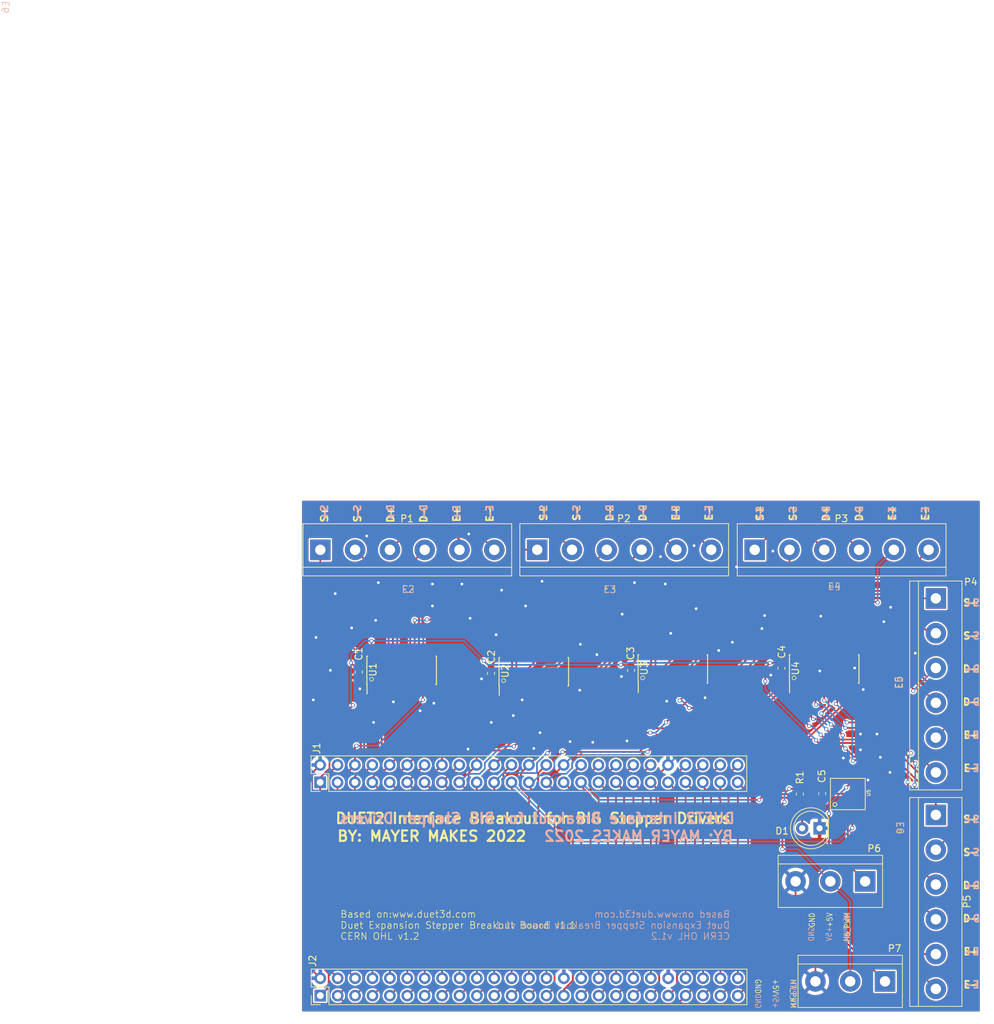
<source format=kicad_pcb>
(kicad_pcb (version 20211014) (generator pcbnew)
  (title_block (title "Expansion Breakout") (date "2016-09-29") (rev "1.1") (company "Escher3D, Think3DPrint3D"))
  (layers (0 "F.Cu" mixed "Front") (31 "B.Cu" power "Back") (35 "F.Paste" user) (36 "B.SilkS" user "B.Silkscreen") (37 "F.SilkS" user "F.Silkscreen") (38 "B.Mask" user) (39 "F.Mask" user) (44 "Edge.Cuts" user))
  (net 0 "")
  (net 1 "+3.3V")
  (net 2 "+5V")
  (net 3 "E2_DIR")
  (net 4 "E2_EN")
  (net 5 "E2_STEP")
  (net 6 "E3_DIR")
  (net 7 "E3_EN")
  (net 8 "E3_STEP")
  (net 9 "E4_DIR")
  (net 10 "E4_EN")
  (net 11 "E4_STEP")
  (net 12 "E5_DIR")
  (net 13 "E5_EN")
  (net 14 "E5_STEP")
  (net 15 "E6_DIR")
  (net 16 "E6_EN")
  (net 17 "E6_STEP")
  (net 18 "GND")
  (net 19 "E2_S_OUT_Y")
  (net 20 "E2_D_OUT_Y")
  (net 21 "E2_E_OUT_Y")
  (net 22 "E3_S_OUT_Y")
  (net 23 "E3_D_OUT_Y")
  (net 24 "E3_E_OUT_Y")
  (net 25 "E4_S_OUT_Y")
  (net 26 "E4_D_OUT_Y")
  (net 27 "E4_E_OUT_Y")
  (net 28 "E5_S_OUT_Y")
  (net 29 "E5_D_OUT_Y")
  (net 30 "E5_E_OUT_Y")
  (net 31 "E6_S_OUT_Y")
  (net 32 "E6_D_OUT_Y")
  (net 33 "E6_E_OUT_Y")
  (net 34 "E2_S_OUT_Z")
  (net 35 "E2_D_OUT_Z")
  (net 36 "E2_E_OUT_Z")
  (net 37 "E3_S_OUT_Z")
  (net 38 "E3_D_OUT_Z")
  (net 39 "E3_E_OUT_Z")
  (net 40 "E4_S_OUT_Z")
  (net 41 "E4_D_OUT_Z")
  (net 42 "E4_E_OUT_Z")
  (net 43 "E5_S_OUT_Z")
  (net 44 "E5_D_OUT_Z")
  (net 45 "E5_E_OUT_Z")
  (net 46 "E6_S_OUT_Z")
  (net 47 "E6_D_OUT_Z")
  (net 48 "E6_E_OUT_Z")
  (net 49 "HEATER6")
  (net 50 "HEATER7")
  (net 51 "Net-(U5-Pad1)")
  (net 52 "HEATER7_PWM")
  (net 53 "HEATER6_PWM")
  (net 54 "Net-(D1-Pad2)")
  (net 55 "E2_STOP")
  (net 56 "HEATER3")
  (net 57 "E3_STOP")
  (net 58 "HEATER4")
  (net 59 "E4_STOP")
  (net 60 "HEATER5")
  (net 61 "E5_STOP")
  (net 62 "E6_STOP")
  (net 63 "ENN")
  (net 64 "PB6{slash}TMS")
  (net 65 "SPI1_SCK_BUFF_EXP")
  (net 66 "SPI1_MOSI_BUFF")
  (net 67 "SPI1_MISO")
  (net 68 "THERMISTOR3")
  (net 69 "THERMISTOR4")
  (net 70 "THERMISTOR5")
  (net 71 "THERMISTOR6")
  (net 72 "THERMISTOR7")
  (net 73 "VSSA")
  (net 74 "ADVREF")
  (net 75 "RESET")
  (net 76 "TWD0")
  (net 77 "TWCK0")
  (net 78 "SPI0_SCK")
  (net 79 "SPI0_MOSI")
  (net 80 "SPI0_MISO")
  (net 81 "CS5")
  (net 84 "Net-(U5-Pad2)")
  (footprint "Connector_PinHeader_2.54mm:PinHeader_2x25_P2.54mm_Vertical" (layer "F.Cu") (at 45.9 113.15 90)
    (fp_text reference "J1")
    (fp_text value "EXPANSION")
  )
  (footprint "TerminalBlock:TerminalBlock_bornier-6_P5.08mm" (layer "F.Cu") (at 45.93 79.21)
    (fp_text reference "P1")
    (fp_text value "E2")
  )
  (footprint "TerminalBlock:TerminalBlock_bornier-6_P5.08mm" (layer "F.Cu") (at 77.6 79.2)
    (fp_text reference "P2")
    (fp_text value "E3")
  )
  (footprint "TerminalBlock:TerminalBlock_bornier-6_P5.08mm" (layer "F.Cu") (at 109.35 79.21)
    (fp_text reference "P3")
    (fp_text value "E4")
  )
  (footprint "TerminalBlock:TerminalBlock_bornier-6_P5.08mm" (layer "F.Cu") (at 135.8 86.3 -90)
    (fp_text reference "P4")
    (fp_text value "E5")
  )
  (footprint "TerminalBlock:TerminalBlock_bornier-6_P5.08mm" (layer "F.Cu") (at 135.8 117.9 -90)
    (fp_text reference "P5")
    (fp_text value "E6")
  )
  (footprint "TerminalBlock:TerminalBlock_bornier-3_P5.08mm" (layer "F.Cu") (at 125.48 127.6 180)
    (fp_text reference "P6")
    (fp_text value "H6_PWM")
  )
  (footprint "TerminalBlock:TerminalBlock_bornier-3_P5.08mm" (layer "F.Cu") (at 128.38 142.199999 180)
    (fp_text reference "P7")
    (fp_text value "H7_PWM")
  )
  (footprint "FE Footprints:TSSOP-14" (layer "F.Cu") (at 122.95 114.85)
    (fp_text reference "U5")
    (fp_text value "74HCT02" hide)
  )
  (footprint "Capacitor_SMD:C_0603_1608Metric" (layer "F.Cu") (at 51.55 97.05 -90)
    (fp_text reference "C1")
    (fp_text value "0u1")
  )
  (footprint "Capacitor_SMD:C_0603_1608Metric" (layer "F.Cu") (at 70.85 97.25 -90)
    (fp_text reference "C2")
    (fp_text value "0u1")
  )
  (footprint "Capacitor_SMD:C_0603_1608Metric" (layer "F.Cu") (at 91.3 96.8 -90)
    (fp_text reference "C3")
    (fp_text value "0u1")
  )
  (footprint "Capacitor_SMD:C_0603_1608Metric" (layer "F.Cu") (at 113.25 96.49 -90)
    (fp_text reference "C4")
    (fp_text value "0u1")
  )
  (footprint "Capacitor_SMD:C_0603_1608Metric" (layer "F.Cu") (at 119.2 114.79 -90)
    (fp_text reference "C5")
    (fp_text value "0u1")
  )
  (footprint "complib:SOIC-16_3.9x9.9mm_Pitch1.27mm" (layer "F.Cu") (at 57.8 96.8 90)
    (fp_text reference "U1")
    (fp_text value "75ALS192" hide)
  )
  (footprint "complib:SOIC-16_3.9x9.9mm_Pitch1.27mm" (layer "F.Cu") (at 77.1 97 90)
    (fp_text reference "U2")
    (fp_text value "75ALS192" hide)
  )
  (footprint "complib:SOIC-16_3.9x9.9mm_Pitch1.27mm" (layer "F.Cu") (at 97.4 96.6 90)
    (fp_text reference "U3")
    (fp_text value "75ALS192" hide)
  )
  (footprint "complib:SOIC-16_3.9x9.9mm_Pitch1.27mm" (layer "F.Cu") (at 119.5 96.6 90)
    (fp_text reference "U4")
    (fp_text value "75ALS192" hide)
  )
  (footprint "Resistor_SMD:R_0603_1608Metric" (layer "F.Cu") (at 115.95 114.85 -90)
    (fp_text reference "R1")
    (fp_text value "150")
  )
  (footprint "Connector_PinHeader_2.54mm:PinHeader_2x25_P2.54mm_Vertical" (layer "F.Cu") (at 45.925 144.275 90)
    (fp_text reference "J2")
    (fp_text value "PASSTHROUGH")
  )
  (footprint "LED_THT:LED_D5.0mm" (layer "F.Cu") (at 118.824997 119.849997 180)
    (fp_text reference "D1")
    (fp_text value "LED")
  )
  (gr_rect (start 43.04 71.82) (end 142.44 146.82) (layer "Edge.Cuts") (width 0.001) (fill none))
  (gr_text "S+\n\n\nS-\n\n\nD+\n\n\nD-\n\n\nE+\n\n\nE-\n" (at 58.6 75 90) (layer "B.SilkS") (effects (font (size 1 1) (thickness 0.25)) (justify right mirror)))
  (gr_text "GND\n\n+5V\n\nH6_PWM" (at 120.2 136.4 90) (layer "B.SilkS") (effects (font (size 0.8 0.7) (thickness 0.1)) (justify right mirror)))
  (gr_text "E4" (at 121 84.6) (layer "B.SilkS") (effects (font (size 1 1) (thickness 0.1)) (justify mirror)))
  (gr_text "E6" (at 130.6 119.8 90) (layer "B.SilkS") (effects (font (size 1 1) (thickness 0.1)) (justify mirror)))
  (gr_text "H7_PWM\n\n+5V\n\nGND" (at 112.4 146.2 270) (layer "B.SilkS") (effects (font (size 0.8 0.7) (thickness 0.1)) (justify left mirror)))
  (gr_text "BY: MAYER MAKES 2022" (at 92.4 121) (layer "B.SilkS") (effects (font (size 1.524 1.524) (thickness 0.3048)) (justify mirror)))
  (gr_text "E2" (at 58.8 85) (layer "B.SilkS") (effects (font (size 1 1) (thickness 0.1)) (justify mirror)))
  (gr_text "S+\n\n\nS-\n\n\nD+\n\n\nD-\n\n\nE+\n\n\nE-\n" (at 139.8 99) (layer "B.SilkS") (effects (font (size 1 1) (thickness 0.25)) (justify right mirror)))
  (gr_text "E3" (at 88.2 85) (layer "B.SilkS") (effects (font (size 1 1) (thickness 0.1)) (justify mirror)))
  (gr_text "S+\n\n\nS-\n\n\nD+\n\n\nD-\n\n\nE+\n\n\nE-\n" (at 90.6 75 90) (layer "B.SilkS") (effects (font (size 1 1) (thickness 0.25)) (justify right mirror)))
  (gr_text "E5" (at 130.4 98.6 270) (layer "B.SilkS") (effects (font (size 1 1) (thickness 0.1)) (justify mirror)))
  (gr_text "S+\n\n\nS-\n\n\nD+\n\n\nD-\n\n\nE+\n\n\nE-\n" (at 122.2 75.2 90) (layer "B.SilkS") (effects (font (size 1 1) (thickness 0.25)) (justify right mirror)))
  (gr_text "Based on:www.duet3d.com\nDuet Expansion Stepper Breakout Board v1.1\nCERN OHL v1.2" (at 105.8 134) (layer "B.SilkS") (effects (font (size 1 1) (thickness 0.1)) (justify left mirror)))
  (gr_text "DUET2 Interface Breakout for BIG Stepper Drivers" (at 77.6 118.4) (layer "B.SilkS") (effects (font (size 1.524 1.524) (thickness 0.3048)) (justify mirror)))
  (gr_text "E6" (at 0 0 85) (layer "B.SilkS") (effects (font (size 1 1) (thickness 0.1)) (justify mirror)))
  (gr_text "S+\n\n\nS-\n\n\nD+\n\n\nD-\n\n\nE+\n\n\nE-\n" (at 139.8 130.6) (layer "B.SilkS") (effects (font (size 1 1) (thickness 0.25)) (justify right mirror)))
  (gr_text "E2" (at 58.744645 84.970627) (layer "F.SilkS") (effects (font (size 1 1) (thickness 0.1))))
  (gr_text "E6" (at 130.574892 119.796009 -90) (layer "F.SilkS") (effects (font (size 1 1) (thickness 0.1))))
  (gr_text "S+\n\n\nS-\n\n\nD+\n\n\nD-\n\n\nE+\n\n\nE-\n" (at 58.6 72.8 90) (layer "F.SilkS") (effects (font (size 1 1) (thickness 0.25)) (justify right)))
  (gr_text "H7_PWM\n\n+5V\n\nGND" (at 112.4 141.8 270) (layer "F.SilkS") (effects (font (size 0.8 0.7) (thickness 0.1)) (justify left)))
  (gr_text "S+\n\n\nS-\n\n\nD+\n\n\nD-\n\n\nE+\n\n\nE-\n" (at 90.6 72.6 90) (layer "F.SilkS") (effects (font (size 1 1) (thickness 0.25)) (justify right)))
  (gr_text "S+\n\n\nS-\n\n\nD+\n\n\nD-\n\n\nE+\n\n\nE-\n" (at 142.2 130.6) (layer "F.SilkS") (effects (font (size 1 1) (thickness 0.25)) (justify right)))
  (gr_text "E4" (at 120.974126 84.549399) (layer "F.SilkS") (effects (font (size 1 1) (thickness 0.1))))
  (gr_text "E3" (at 88.2 85) (layer "F.SilkS") (effects (font (size 1 1) (thickness 0.1))))
  (gr_text "DUET2 Interface Breakout for BIG Stepper Drivers" (at 77 118.4) (layer "F.SilkS") (effects (font (size 1.524 1.524) (thickness 0.3048))))
  (gr_text "GND\n\n+5V\n\nH6_PWM" (at 120.3 132.1 90) (layer "F.SilkS") (effects (font (size 0.8 0.7) (thickness 0.1)) (justify right)))
  (gr_text "Based on:www.duet3d.com\nDuet Expansion Stepper Breakout Board v1.1\nCERN OHL v1.2" (at 48.8 134) (layer "F.SilkS") (effects (font (size 1 1) (thickness 0.1)) (justify left)))
  (gr_text "BY: MAYER MAKES 2022" (at 62.2 121) (layer "F.SilkS") (effects (font (size 1.524 1.524) (thickness 0.3048))))
  (gr_text "S+\n\n\nS-\n\n\nD+\n\n\nD-\n\n\nE+\n\n\nE-\n" (at 142.2 99) (layer "F.SilkS") (effects (font (size 1 1) (thickness 0.25)) (justify right)))
  (gr_text "S+\n\n\nS-\n\n\nD+\n\n\nD-\n\n\nE+\n\n\nE-\n" (at 122.2 72.6 90) (layer "F.SilkS") (effects (font (size 1 1) (thickness 0.25)) (justify right)))
  (gr_text "E5" (at 130.390171 98.543691 -270) (layer "F.SilkS") (effects (font (size 1 1) (thickness 0.1))))
  (segment (start 98.088 145.452) (end 99.265 144.275) (width 0.254) (layer "F.Cu") (net 1))
  (segment (start 48.44 139.812053) (end 48.44 113.15) (width 0.254) (layer "F.Cu") (net 1))
  (segment (start 100.628 114.538) (end 100.628 142.912) (width 0.254) (layer "F.Cu") (net 1))
  (segment (start 48.465 144.275) (end 49.642 145.452) (width 0.254) (layer "F.Cu") (net 1))
  (segment (start 99.24 113.15) (end 100.628 114.538) (width 0.254) (layer "F.Cu") (net 1))
  (segment (start 48.465 144.275) (end 49.642 143.098) (width 0.254) (layer "F.Cu") (net 1))
  (segment (start 49.642 143.098) (end 49.642 141.014053) (width 0.254) (layer "F.Cu") (net 1))
  (segment (start 49.642 145.452) (end 98.088 145.452) (width 0.254) (layer "F.Cu") (net 1))
  (segment (start 100.628 142.912) (end 99.265 144.275) (width 0.254) (layer "F.Cu") (net 1))
  (segment (start 49.642 141.014053) (end 48.44 139.812053) (width 0.254) (layer "F.Cu") (net 1))
  (segment (start 110.9 96.4) (end 111.6 95.7) (width 0.254) (layer "F.Cu") (net 2))
  (segment (start 114.4 114.1) (end 115.9125 114.1) (width 0.254) (layer "F.Cu") (net 2))
  (segment (start 120.99928 112.20322) (end 119.2 114.0025) (width 0.254) (layer "F.Cu") (net 2))
  (segment (start 45.9 113.15) (end 45.9 112.46053) (width 0.254) (layer "F.Cu") (net 2))
  (segment (start 120.99928 112.05092) (end 120.99928 112.20322) (width 0.254) (layer "F.Cu") (net 2))
  (segment (start 70.85 96.105) (end 72.655 94.3) (width 0.254) (layer "F.Cu") (net 2))
  (segment (start 115.055 93.9) (end 115.0525 93.9) (width 0.254) (layer "F.Cu") (net 2))
  (segment (start 50.9625 96.2625) (end 50.4 95.7) (width 0.254) (layer "F.Cu") (net 2))
  (segment (start 47.263 111.09753) (end 47.263 105.337) (width 0.254) (layer "F.Cu") (net 2))
  (segment (start 119.14 114.0625) (end 119.2 114.0025) (width 0.254) (layer "F.Cu") (net 2))
  (segment (start 92.955 94.3575) (end 91.3 96.0125) (width 0.254) (layer "F.Cu") (net 2))
  (segment (start 47.263 105.337) (end 50.7 101.9) (width 0.254) (layer "F.Cu") (net 2))
  (segment (start 115.9125 114.1) (end 115.95 114.0625) (width 0.254) (layer "F.Cu") (net 2))
  (segment (start 113.4 116.4) (end 113.4 116.3) (width 0.254) (layer "F.Cu") (net 2))
  (segment (start 120.99928 112.05092) (end 120.99928 109.69928) (width 0.254) (layer "F.Cu") (net 2))
  (segment (start 45.925 144.275) (end 47.143974 143.056026) (width 0.254) (layer "F.Cu") (net 2))
  (segment (start 53.4 94.055) (end 53.355 94.1) (width 0.254) (layer "F.Cu") (net 2))
  (segment (start 89.8125 96.0125) (end 89.8 96) (width 0.254) (layer "F.Cu") (net 2))
  (segment (start 70.85 96.4625) (end 70.85 96.105) (width 0.254) (layer "F.Cu") (net 2))
  (segment (start 115.95 114.0625) (end 119.14 114.0625) (width 0.254) (layer "F.Cu") (net 2))
  (segment (start 113.4 122.9) (end 113.4 116.4) (width 0.254) (layer "F.Cu") (net 2))
  (segment (start 92.955 93.9) (end 92.955 94.3575) (width 0.254) (layer "F.Cu") (net 2))
  (segment (start 45.9 112.46053) (end 47.263 111.09753) (width 0.254) (layer "F.Cu") (net 2))
  (segment (start 113.4 116.3) (end 113.7 116) (width 0.254) (layer "F.Cu") (net 2))
  (segment (start 113.25 95.7025) (end 111.6025 95.7025) (width 0.254) (layer "F.Cu") (net 2))
  (segment (start 47.143974 143.056026) (end 47.143974 141.056026) (width 0.254) (layer "F.Cu") (net 2))
  (segment (start 45.9 139.812052) (end 45.9 113.15) (width 0.254) (layer "F.Cu") (net 2))
  (segment (start 91.3 96.0125) (end 89.8125 96.0125) (width 0.254) (layer "F.Cu") (net 2))
  (segment (start 115.0525 93.9) (end 113.25 95.7025) (width 0.254) (layer "F.Cu") (net 2))
  (segment (start 53.4 92.5) (end 53.4 94.055) (width 0.254) (layer "F.Cu") (net 2))
  (segment (start 47.143974 141.056026) (end 45.9 139.812052) (width 0.254) (layer "F.Cu") (net 2))
  (segment (start 69.8 95.4) (end 69.8 95.4125) (width 0.254) (layer "F.Cu") (net 2))
  (segment (start 110.9 98.4) (end 110.9 96.4) (width 0.254) (layer "F.Cu") (net 2))
  (segment (start 111.6025 95.7025) (end 111.6 95.7) (width 0.254) (layer "F.Cu") (net 2))
  (segment (start 69.8 95.4125) (end 70.85 96.4625) (width 0.254) (layer "F.Cu") (net 2))
  (segment (start 120.99928 109.69928) (end 118.3 107) (width 0.254) (layer "F.Cu") (net 2))
  (segment (start 51.55 96.2625) (end 50.9625 96.2625) (width 0.254) (layer "F.Cu") (net 2))
  (via (at 111.6 95.7) (size 0.59944) (drill 0.39878) (layers "F.Cu" "B.Cu") (net 2))
  (via (at 89.8 96) (size 0.59944) (drill 0.39878) (layers "F.Cu" "B.Cu") (net 2))
  (via (at 69.8 95.4) (size 0.59944) (drill 0.39878) (layers "F.Cu" "B.Cu") (net 2))
  (via (at 114.4 114.1) (size 0.59944) (drill 0.39878) (layers "F.Cu" "B.Cu") (net 2))
  (via (at 110.9 98.4) (size 0.59944) (drill 0.39878) (layers "F.Cu" "B.Cu") (net 2))
  (via (at 50.7 101.9) (size 0.59944) (drill 0.39878) (layers "F.Cu" "B.Cu") (net 2))
  (via (at 113.4 122.9) (size 0.59944) (drill 0.39878) (layers "F.Cu" "B.Cu") (net 2))
  (via (at 118.3 107) (size 0.59944) (drill 0.39878) (layers "F.Cu" "B.Cu") (net 2))
  (via (at 113.7 116) (size 0.59944) (drill 0.39878) (layers "F.Cu" "B.Cu") (net 2))
  (via (at 53.4 92.5) (size 0.59944) (drill 0.39878) (layers "F.Cu" "B.Cu") (net 2))
  (via (at 50.4 95.7) (size 0.59944) (drill 0.39878) (layers "F.Cu" "B.Cu") (net 2))
  (segment (start 111.6 95.7) (end 90.1 95.7) (width 0.254) (layer "B.Cu") (net 2))
  (segment (start 115.7 122.9) (end 113.4 122.9) (width 0.254) (layer "B.Cu") (net 2))
  (segment (start 89.8 96) (end 70.4 96) (width 0.254) (layer "B.Cu") (net 2))
  (segment (start 70.4 96) (end 69.8 95.4) (width 0.254) (layer "B.Cu") (net 2))
  (segment (start 53.4 92.5) (end 66.9 92.5) (width 0.254) (layer "B.Cu") (net 2))
  (segment (start 110.9 99.6) (end 110.9 98.4) (width 0.254) (layer "B.Cu") (net 2))
  (segment (start 50.4 101.6) (end 50.4 95.7) (width 0.254) (layer "B.Cu") (net 2))
  (segment (start 90.1 95.7) (end 89.8 96) (width 0.254) (layer "B.Cu") (net 2))
  (segment (start 120.4 127.6) (end 115.7 122.9) (width 0.254) (layer "B.Cu") (net 2))
  (segment (start 50.4 95.7) (end 50.4 94.5) (width 0.254) (layer "B.Cu") (net 2))
  (segment (start 113.7 114.8) (end 114.4 114.1) (width 0.254) (layer "B.Cu") (net 2))
  (segment (start 50.7 101.9) (end 50.4 101.6) (width 0.254) (layer "B.Cu") (net 2))
  (segment (start 123.3 142.199999) (end 123.3 130.5) (width 0.254) (layer "B.Cu") (net 2))
  (segment (start 118.3 107) (end 110.9 99.6) (width 0.254) (layer "B.Cu") (net 2))
  (segment (start 50.4 94.5) (end 52.4 92.5) (width 0.254) (layer "B.Cu") (net 2))
  (segment (start 113.7 116) (end 113.7 114.8) (width 0.254) (layer "B.Cu") (net 2))
  (segment (start 66.9 92.5) (end 69.8 95.4) (width 0.254) (layer "B.Cu") (net 2))
  (segment (start 52.4 92.5) (end 53.4 92.5) (width 0.254) (layer "B.Cu") (net 2))
  (segment (start 123.3 130.5) (end 120.4 127.6) (width 0.254) (layer "B.Cu") (net 2))
  (segment (start 51.005 141.735) (end 49.803 140.533) (width 0.254) (layer "F.Cu") (net 3))
  (segment (start 50.98 108.02) (end 51.2 107.8) (width 0.254) (layer "F.Cu") (net 3))
  (segment (start 49.803 111.787) (end 50.98 110.61) (width 0.254) (layer "F.Cu") (net 3))
  (segment (start 49.803 140.533) (end 49.803 111.787) (width 0.254) (layer "F.Cu") (net 3))
  (segment (start 60.9 99.575) (end 60.975 99.5) (width 0.254) (layer "F.Cu") (net 3))
  (segment (start 50.98 110.61) (end 50.98 108.02) (width 0.254) (layer "F.Cu") (net 3))
  (segment (start 60.9 101.1) (end 60.9 99.575) (width 0.254) (layer "F.Cu") (net 3))
  (via (at 60.9 101.1) (size 0.59944) (drill 0.39878) (layers "F.Cu" "B.Cu") (net 3))
  (via (at 51.2 107.8) (size 0.59944) (drill 0.39878) (layers "F.Cu" "B.Cu") (net 3))
  (segment (start 54.2 107.8) (end 60.9 101.1) (width 0.254) (layer "B.Cu") (net 3))
  (segment (start 51.2 107.8) (end 54.2 107.8) (width 0.254) (layer "B.Cu") (net 3))
  (segment (start 54.883 111.09753) (end 54.883 101.117) (width 0.254) (layer "F.Cu") (net 4))
  (segment (start 55.252 100.748) (end 55.252 94.727) (width 0.254) (layer "F.Cu") (net 4))
  (segment (start 53.52 113.15) (end 53.52 112.46053) (width 0.254) (layer "F.Cu") (net 4))
  (segment (start 53.545 144.275) (end 54.722 143.098) (width 0.254) (layer "F.Cu") (net 4))
  (segment (start 54.883 101.117) (end 55.252 100.748) (width 0.254) (layer "F.Cu") (net 4))
  (segment (start 53.52 112.46053) (end 54.883 111.09753) (width 0.254) (layer "F.Cu") (net 4))
  (segment (start 55.252 94.727) (end 54.625 94.1) (width 0.254) (layer "F.Cu") (net 4))
  (segment (start 54.722 143.098) (end 54.722 114.352) (width 0.254) (layer "F.Cu") (net 4))
  (segment (start 54.722 114.352) (end 53.52 113.15) (width 0.254) (layer "F.Cu") (net 4))
  (segment (start 52.182 140.782) (end 50.98 139.58) (width 0.254) (layer "F.Cu") (net 5))
  (segment (start 50.98 113.15) (end 50.98 112.27453) (width 0.254) (layer "F.Cu") (net 5))
  (segment (start 52.182 143.098) (end 52.182 140.782) (width 0.254) (layer "F.Cu") (net 5))
  (segment (start 50.98 139.58) (end 50.98 113.15) (width 0.254) (layer "F.Cu") (net 5))
  (segment (start 52.343 100.512) (end 53.355 99.5) (width 0.254) (layer "F.Cu") (net 5))
  (segment (start 50.98 112.27453) (end 52.343 110.91153) (width 0.254) (layer "F.Cu") (net 5))
  (segment (start 51.005 144.275) (end 52.182 143.098) (width 0.254) (layer "F.Cu") (net 5))
  (segment (start 52.343 110.91153) (end 52.343 100.512) (width 0.254) (layer "F.Cu") (net 5))
  (segment (start 70.874 100.126) (end 69.726052 100.126) (width 0.254) (layer "F.Cu") (net 6))
  (segment (start 59.509 111.598948) (end 59.509 112.241) (width 0.254) (layer "F.Cu") (net 6))
  (segment (start 59.8 110.052052) (end 59.8 111.307947) (width 0.254) (layer "F.Cu") (net 6))
  (segment (start 72.655 99.7) (end 71.3 99.7) (width 0.254) (layer "F.Cu") (net 6))
  (segment (start 59.802 143.098) (end 59.802 114.352) (width 0.254) (layer "F.Cu") (net 6))
  (segment (start 58.625 144.275) (end 59.802 143.098) (width 0.254) (layer "F.Cu") (net 6))
  (segment (start 59.509 112.241) (end 58.6 113.15) (width 0.254) (layer "F.Cu") (net 6))
  (segment (start 71.3 99.7) (end 70.874 100.126) (width 0.254) (layer "F.Cu") (net 6))
  (segment (start 59.802 114.352) (end 58.6 113.15) (width 0.254) (layer "F.Cu") (net 6))
  (segment (start 69.726052 100.126) (end 59.8 110.052052) (width 0.254) (layer "F.Cu") (net 6))
  (segment (start 59.8 111.307947) (end 59.509 111.598948) (width 0.254) (layer "F.Cu") (net 6))
  (segment (start 58.625 141.735) (end 58.625 114.83953) (width 0.254) (layer "F.Cu") (net 7))
  (segment (start 73.925 96.275) (end 73.925 94.3) (width 0.254) (layer "F.Cu") (net 7))
  (segment (start 57.423 113.63753) (end 57.423 111.787) (width 0.254) (layer "F.Cu") (net 7))
  (segment (start 70.528 99.672) (end 73.925 96.275) (width 0.254) (layer "F.Cu") (net 7))
  (segment (start 58.6 110.61) (end 69.538 99.672) (width 0.254) (layer "F.Cu") (net 7))
  (segment (start 69.538 99.672) (end 70.528 99.672) (width 0.254) (layer "F.Cu") (net 7))
  (segment (start 58.625 114.83953) (end 57.423 113.63753) (width 0.254) (layer "F.Cu") (net 7))
  (segment (start 57.423 111.787) (end 58.6 110.61) (width 0.254) (layer "F.Cu") (net 7))
  (segment (start 56.085 141.735) (end 56.085 114.83953) (width 0.254) (layer "F.Cu") (net 8))
  (segment (start 54.883 113.63753) (end 54.883 111.787) (width 0.254) (layer "F.Cu") (net 8))
  (segment (start 54.883 111.787) (end 56.06 110.61) (width 0.254) (layer "F.Cu") (net 8))
  (segment (start 61.618 105.052) (end 61.618 94.727) (width 0.254) (layer "F.Cu") (net 8))
  (segment (start 56.06 110.61) (end 61.618 105.052) (width 0.254) (layer "F.Cu") (net 8))
  (segment (start 56.085 114.83953) (end 54.883 113.63753) (width 0.254) (layer "F.Cu") (net 8))
  (segment (start 61.618 94.727) (end 62.245 94.1) (width 0.254) (layer "F.Cu") (net 8))
  (segment (start 62.503 113.903) (end 62.503 111.787) (width 0.254) (layer "F.Cu") (net 9))
  (segment (start 79 96.2) (end 80.4 96.2) (width 0.254) (layer "F.Cu") (net 9))
  (segment (start 77.108 98.092) (end 79 96.2) (width 0.254) (layer "F.Cu") (net 9))
  (segment (start 70.4 102.3) (end 75.569 102.3) (width 0.254) (layer "F.Cu") (net 9))
  (segment (start 63.705 141.735) (end 63.705 115.105) (width 0.254) (layer "F.Cu") (net 9))
  (segment (start 63.68 109.02) (end 70.4 102.3) (width 0.254) (layer "F.Cu") (net 9))
  (segment (start 62.503 111.787) (end 63.68 110.61) (width 0.254) (layer "F.Cu") (net 9))
  (segment (start 77.108 100.761) (end 77.108 98.092) (width 0.254) (layer "F.Cu") (net 9))
  (segment (start 63.68 110.61) (end 63.68 109.02) (width 0.254) (layer "F.Cu") (net 9))
  (segment (start 81.545 95.055) (end 80.4 96.2) (width 0.254) (layer "F.Cu") (net 9))
  (segment (start 75.569 102.3) (end 77.108 100.761) (width 0.254) (layer "F.Cu") (net 9))
  (segment (start 63.705 115.105) (end 62.503 113.903) (width 0.254) (layer "F.Cu") (net 9))
  (segment (start 81.545 94.3) (end 81.545 95.055) (width 0.254) (layer "F.Cu") (net 9))
  (segment (start 67.422 114.352) (end 66.22 113.15) (width 0.254) (layer "F.Cu") (net 10))
  (segment (start 83.6 101.1) (end 82.5 102.2) (width 0.254) (layer "F.Cu") (net 10))
  (segment (start 92.955 99.3) (end 91.155 101.1) (width 0.254) (layer "F.Cu") (net 10))
  (segment (start 66.245 144.275) (end 67.422 143.098) (width 0.254) (layer "F.Cu") (net 10))
  (segment (start 82.5 102.2) (end 79.9 102.2) (width 0.254) (layer "F.Cu") (net 10))
  (segment (start 67.422 143.098) (end 67.422 114.352) (width 0.254) (layer "F.Cu") (net 10))
  (segment (start 91.155 101.1) (end 83.6 101.1) (width 0.254) (layer "F.Cu") (net 10))
  (segment (start 79.9 102.2) (end 74.2 107.9) (width 0.254) (layer "F.Cu") (net 10))
  (via (at 74.2 107.9) (size 0.59944) (drill 0.39878) (layers "F.Cu" "B.Cu") (net 10))
  (segment (start 72.34547 107.9) (end 69.937 110.30847) (width 0.254) (layer "B.Cu") (net 10))
  (segment (start 69.937 110.30847) (end 69.937 111.163) (width 0.254) (layer "B.Cu") (net 10))
  (segment (start 69.937 111.163) (end 69.2 111.9) (width 0.254) (layer "B.Cu") (net 10))
  (segment (start 74.2 107.9) (end 72.34547 107.9) (width 0.254) (layer "B.Cu") (net 10))
  (segment (start 69.2 111.9) (end 67.47 111.9) (width 0.254) (layer "B.Cu") (net 10))
  (segment (start 67.47 111.9) (end 66.22 113.15) (width 0.254) (layer "B.Cu") (net 10))
  (segment (start 64.546 111.641948) (end 64.546 112.284) (width 0.254) (layer "F.Cu") (net 11))
  (segment (start 80.275 99.7) (end 80.275 100.15) (width 0.254) (layer "F.Cu") (net 11))
  (segment (start 73.525 106.9) (end 67.2 106.9) (width 0.254) (layer "F.Cu") (net 11))
  (segment (start 63.705 144.275) (end 65 142.98) (width 0.254) (layer "F.Cu") (net 11))
  (segment (start 65 109.1) (end 65 111.187947) (width 0.254) (layer "F.Cu") (net 11))
  (segment (start 64.546 112.284) (end 63.68 113.15) (width 0.254) (layer "F.Cu") (net 11))
  (segment (start 67.2 106.9) (end 65 109.1) (width 0.254) (layer "F.Cu") (net 11))
  (segment (start 65 114.47) (end 63.68 113.15) (width 0.254) (layer "F.Cu") (net 11))
  (segment (start 65 142.98) (end 65 114.47) (width 0.254) (layer "F.Cu") (net 11))
  (segment (start 65 111.187947) (end 64.546 111.641948) (width 0.254) (layer "F.Cu") (net 11))
  (segment (start 80.275 100.15) (end 73.525 106.9) (width 0.254) (layer "F.Cu") (net 11))
  (segment (start 71.3 114.1) (end 71.3 113.15) (width 0.254) (layer "F.Cu") (net 12))
  (segment (start 82.1 105.9) (end 79.1 108.9) (width 0.254) (layer "F.Cu") (net 12))
  (segment (start 72.6 115.4) (end 71.3 114.1) (width 0.254) (layer "F.Cu") (net 12))
  (segment (start 94.1 105.9) (end 82.1 105.9) (width 0.254) (layer "F.Cu") (net 12))
  (segment (start 71.325 144.275) (end 72.6 143) (width 0.254) (layer "F.Cu") (net 12))
  (segment (start 100.575 99.3) (end 100.575 100.225) (width 0.254) (layer "F.Cu") (net 12))
  (segment (start 100.575 100.225) (end 96.4 104.4) (width 0.254) (layer "F.Cu") (net 12))
  (segment (start 72.6 143) (end 72.6 115.4) (width 0.254) (layer "F.Cu") (net 12))
  (via (at 79.1 108.9) (size 0.59944) (drill 0.39878) (layers "F.Cu" "B.Cu") (net 12))
  (via (at 94.1 105.9) (size 0.59944) (drill 0.39878) (layers "F.Cu" "B.Cu") (net 12))
  (via (at 96.4 104.4) (size 0.59944) (drill 0.39878) (layers "F.Cu" "B.Cu") (net 12))
  (segment (start 72.663 111.787) (end 71.3 113.15) (width 0.254) (layer "B.Cu") (net 12))
  (segment (start 78.96547 108.9) (end 77.557 110.30847) (width 0.254) (layer "B.Cu") (net 12))
  (segment (start 77.557 110.30847) (end 77.557 111.743) (width 0.254) (layer "B.Cu") (net 12))
  (segment (start 94.9 105.9) (end 94.1 105.9) (width 0.254) (layer "B.Cu") (net 12))
  (segment (start 79.1 108.9) (end 78.96547 108.9) (width 0.254) (layer "B.Cu") (net 12))
  (segment (start 96.4 104.4) (end 94.9 105.9) (width 0.254) (layer "B.Cu") (net 12))
  (segment (start 77.557 111.743) (end 77.513 111.787) (width 0.254) (layer "B.Cu") (net 12))
  (segment (start 77.513 111.787) (end 72.663 111.787) (width 0.254) (layer "B.Cu") (net 12))
  (segment (start 98.531 97.1) (end 97.392 98.239) (width 0.254) (layer "F.Cu") (net 13))
  (segment (start 73 109.2) (end 72.5 109.41) (width 0.254) (layer "F.Cu") (net 13))
  (segment (start 97.392 98.239) (end 97.392 101.608) (width 0.254) (layer "F.Cu") (net 13))
  (segment (start 70.123 111.787) (end 71.3 110.61) (width 0.254) (layer "F.Cu") (net 13))
  (segment (start 97.392 101.608) (end 94.2 104.8) (width 0.254) (layer "F.Cu") (net 13))
  (segment (start 70.123 113.923) (end 70.123 111.787) (width 0.254) (layer "F.Cu") (net 13))
  (segment (start 94.2 104.8) (end 78.2 104.8) (width 0.254) (layer "F.Cu") (net 13))
  (segment (start 78.2 104.8) (end 73.8 109.2) (width 0.254) (layer "F.Cu") (net 13))
  (segment (start 101.845 93.9) (end 101.845 94.35) (width 0.254) (layer "F.Cu") (net 13))
  (segment (start 101.845 94.35) (end 99.095 97.1) (width 0.254) (layer "F.Cu") (net 13))
  (segment (start 72.5 109.41) (end 71.3 110.61) (width 0.254) (layer "F.Cu") (net 13))
  (segment (start 73.8 109.2) (end 73 109.2) (width 0.254) (layer "F.Cu") (net 13))
  (segment (start 71.325 115.125) (end 70.123 113.923) (width 0.254) (layer "F.Cu") (net 13))
  (segment (start 99.095 97.1) (end 98.531 97.1) (width 0.254) (layer "F.Cu") (net 13))
  (segment (start 71.325 141.735) (end 71.325 115.125) (width 0.254) (layer "F.Cu") (net 13))
  (segment (start 72.6 108.5) (end 79.6 101.5) (width 0.254) (layer "F.Cu") (net 14))
  (segment (start 79.6 101.5) (end 82.2 101.5) (width 0.254) (layer "F.Cu") (net 14))
  (segment (start 69.4 108.5) (end 72.6 108.5) (width 0.254) (layer "F.Cu") (net 14))
  (segment (start 68.785 141.735) (end 68.785 114.83953) (width 0.254) (layer "F.Cu") (net 14))
  (segment (start 94.225 95.909307) (end 94.225 93.9) (width 0.254) (layer "F.Cu") (net 14))
  (segment (start 67.583 111.787) (end 68.76 110.61) (width 0.254) (layer "F.Cu") (net 14))
  (segment (start 67.583 113.63753) (end 67.583 111.787) (width 0.254) (layer "F.Cu") (net 14))
  (segment (start 68.76 109.14) (end 69.4 108.5) (width 0.254) (layer "F.Cu") (net 14))
  (segment (start 82.2 101.5) (end 83.2 100.5) (width 0.254) (layer "F.Cu") (net 14))
  (segment (start 68.785 114.83953) (end 67.583 113.63753) (width 0.254) (layer "F.Cu") (net 14))
  (segment (start 83.2 100.5) (end 89.634307 100.5) (width 0.254) (layer "F.Cu") (net 14))
  (segment (start 89.634307 100.5) (end 94.225 95.909307) (width 0.254) (layer "F.Cu") (net 14))
  (segment (start 68.76 110.61) (end 68.76 109.14) (width 0.254) (layer "F.Cu") (net 14))
  (segment (start 106.8 105.3) (end 106.754 105.254) (width 0.254) (layer "F.Cu") (net 15))
  (segment (start 116.325 93.9) (end 116.325 95.775) (width 0.254) (layer "F.Cu") (net 15))
  (segment (start 76.405 115.205) (end 75.203 114.003) (width 0.254) (layer "F.Cu") (net 15))
  (segment (start 106.754 105.254) (end 81.736 105.254) (width 0.254) (layer "F.Cu") (net 15))
  (segment (start 76.405 141.735) (end 76.405 115.205) (width 0.254) (layer "F.Cu") (net 15))
  (segment (start 116.325 95.775) (end 106.8 105.3) (width 0.254) (layer "F.Cu") (net 15))
  (segment (start 75.203 111.787) (end 76.38 110.61) (width 0.254) (layer "F.Cu") (net 15))
  (segment (start 81.736 105.254) (end 76.38 110.61) (width 0.254) (layer "F.Cu") (net 15))
  (segment (start 75.203 114.003) (end 75.203 111.787) (width 0.254) (layer "F.Cu") (net 15))
  (segment (start 95.746 106.654) (end 93.7 108.7) (width 0.254) (layer "F.Cu") (net 16))
  (segment (start 122.675 99.75) (end 122.7 99.775) (width 0.254) (layer "F.Cu") (net 16))
  (segment (start 116.354 106.654) (end 95.746 106.654) (width 0.254) (layer "F.Cu") (net 16))
  (segment (start 117.1 106.7) (end 116.354 106.654) (width 0.254) (layer "F.Cu") (net 16))
  (segment (start 80.122 114.352) (end 78.92 113.15) (width 0.254) (layer "F.Cu") (net 16))
  (segment (start 80.122 143.098) (end 80.122 114.352) (width 0.254) (layer "F.Cu") (net 16))
  (segment (start 122.7 99.775) (end 122.7 101.4) (width 0.254) (layer "F.Cu") (net 16))
  (segment (start 122.7 101.4) (end 117.1 106.7) (width 0.254) (layer "F.Cu") (net 16))
  (segment (start 122.675 99.3) (end 122.675 99.75) (width 0.254) (layer "F.Cu") (net 16))
  (segment (start 78.945 144.275) (end 80.122 143.098) (width 0.254) (layer "F.Cu") (net 16))
  (via (at 93.7 108.7) (size 0.59944) (drill 0.39878) (layers "F.Cu" "B.Cu") (net 16))
  (segment (start 81.83453 111.9) (end 80.17 111.9) (width 0.254) (layer "B.Cu") (net 16))
  (segment (start 84.24547 108.7) (end 82.7 110.24547) (width 0.254) (layer "B.Cu") (net 16))
  (segment (start 82.7 110.24547) (end 82.7 111.03453) (width 0.254) (layer "B.Cu") (net 16))
  (segment (start 82.7 111.03453) (end 81.83453 111.9) (width 0.254) (layer "B.Cu") (net 16))
  (segment (start 93.7 108.7) (end 84.24547 108.7) (width 0.254) (layer "B.Cu") (net 16))
  (segment (start 80.17 111.9) (end 78.92 113.15) (width 0.254) (layer "B.Cu") (net 16))
  (segment (start 76.405 144.275) (end 77.768 142.912) (width 0.254) (layer "F.Cu") (net 17))
  (segment (start 77.768 142.912) (end 77.768 115.168) (width 0.254) (layer "F.Cu") (net 17))
  (segment (start 77.768 115.168) (end 76.38 113.78) (width 0.254) (layer "F.Cu") (net 17))
  (segment (start 92.5 108.7) (end 81.3 108.7) (width 0.254) (layer "F.Cu") (net 17))
  (segment (start 106.7 106.2) (end 95 106.2) (width 0.254) (layer "F.Cu") (net 17))
  (segment (start 115.055 99.3) (end 113.6 99.3) (width 0.254) (layer "F.Cu") (net 17))
  (segment (start 94.5 106.7) (end 92.5 108.7) (width 0.254) (layer "F.Cu") (net 17))
  (segment (start 76.38 113.78) (end 76.38 113.15) (width 0.254) (layer "F.Cu") (net 17))
  (segment (start 113.6 99.3) (end 106.7 106.2) (width 0.254) (layer "F.Cu") (net 17))
  (segment (start 95 106.2) (end 94.5 106.7) (width 0.254) (layer "F.Cu") (net 17))
  (via (at 81.3 108.7) (size 0.59944) (drill 0.39878) (layers "F.Cu" "B.Cu") (net 17))
  (segment (start 78.127 111.973) (end 76.95 113.15) (width 0.254) (layer "B.Cu") (net 17))
  (segment (start 76.95 113.15) (end 76.38 113.15) (width 0.254) (layer "B.Cu") (net 17))
  (segment (start 79.22153 111.973) (end 78.127 111.973) (width 0.254) (layer "B.Cu") (net 17))
  (segment (start 80.1 111.09453) (end 79.22153 111.973) (width 0.254) (layer "B.Cu") (net 17))
  (segment (start 81.3 108.7) (end 80.1 109.9) (width 0.254) (layer "B.Cu") (net 17))
  (segment (start 80.1 109.9) (end 80.1 111.09453) (width 0.254) (layer "B.Cu") (net 17))
  (segment (start 118.824997 119.849997) (end 118.824997 124.095003) (width 0.254) (layer "F.Cu") (net 18))
  (segment (start 77.735 96.065) (end 76.465 97.335) (width 0.254) (layer "F.Cu") (net 18))
  (segment (start 62.245 99.5) (end 62.245 101.345) (width 0.254) (layer "F.Cu") (net 18))
  (segment (start 91.3 97.5875) (end 90.0125 97.5875) (width 0.254) (layer "F.Cu") (net 18))
  (segment (start 80.283 111.787) (end 81.46 110.61) (width 0.254) (layer "F.Cu") (net 18))
  (segment (start 124.90072 113.79928) (end 125.9 112.8) (width 0.254) (layer "F.Cu") (net 18))
  (segment (start 124.90072 117.64908) (end 124.90072 113.79928) (width 0.254) (layer "F.Cu") (net 18))
  (segment (start 45.9 105.3) (end 45.9 110.61) (width 0.254) (layer "F.Cu") (net 18))
  (segment (start 44.723 111.787) (end 45.9 110.61) (width 0.254) (layer "F.Cu") (net 18))
  (segment (start 123.945 93.45) (end 123.945 93.9) (width 0.254) (layer "F.Cu") (net 18))
  (segment (start 95.523 111.787) (end 96.7 110.61) (width 0.254) (layer "F.Cu") (net 18))
  (segment (start 125.2 99.6) (end 124.245 99.6) (width 0.254) (layer "F.Cu") (net 18))
  (segment (start 81.545 99.7) (end 83.8 99.7) (width 0.254) (layer "F.Cu") (net 18))
  (segment (start 87.9 99.7) (end 89.9 97.7) (width 0.254) (layer "F.Cu") (net 18))
  (segment (start 70.85 98.0375) (end 69.4625 98.0375) (width 0.254) (layer "F.Cu") (net 18))
  (segment (start 96.765 101.035) (end 96.5 101.3) (width 0.254) (layer "F.Cu") (net 18))
  (segment (start 83.8 99.7) (end 87.9 99.7) (width 0.254) (layer "F.Cu") (net 18))
  (segment (start 57.165 99.5) (end 57.165 100.835) (width 0.254) (layer "F.Cu") (net 18))
  (segment (start 123.945 96.455) (end 123.945 99.3) (width 0.254) (layer "F.Cu") (net 18))
  (segment (start 57.165 99.5) (end 57.165 97.235) (width 0.254) (layer "F.Cu") (net 18))
  (segment (start 123.295 92.8) (end 123.945 93.45) (width 0.254) (layer "F.Cu") (net 18))
  (segment (start 118.824997 124.095003) (end 115.32 127.6) (width 0.254) (layer "F.Cu") (net 18))
  (segment (start 124.90072 117.64908) (end 124.90072 116.20072) (width 0.254) (layer "F.Cu") (net 18))
  (segment (start 124.90072 116.20072) (end 124.2775 115.5775) (width 0.254) (layer "F.Cu") (net 18))
  (segment (start 120.135 93.9) (end 120.135 93.45) (width 0.254) (layer "F.Cu") (net 18))
  (segment (start 119.2 115.5775) (end 118.824997 115.952503) (width 0.254) (layer "F.Cu") (net 18))
  (segment (start 96.765 99.3) (end 96.765 97.235) (width 0.254) (layer "F.Cu") (net 18))
  (segment (start 97.7 96.3) (end 97.9 96.3) (width 0.254) (layer "F.Cu") (net 18))
  (segment (start 62.3 99.5) (end 62.245 99.5) (width 0.254) (layer "F.Cu") (net 18))
  (segment (start 101.845 100.545) (end 102.1 100.8) (width 0.254) (layer "F.Cu") (net 18))
  (segment (start 98.035 93.9) (end 98.035 96.165) (width 0.254) (layer "F.Cu") (net 18))
  (segment (start 75.4 101.1) (end 75.8 101.1) (width 0.254) (layer "F.Cu") (net 18))
  (segment (start 120.785 92.8) (end 123.295 92.8) (width 0.254) (layer "F.Cu") (net 18))
  (segment (start 96.765 97.235) (end 97.7 96.3) (width 0.254) (layer "F.Cu") (net 18))
  (segment (start 44.723 140.533) (end 44.723 111.787) (width 0.254) (layer "F.Cu") (net 18))
  (segment (start 57.165 97.235) (end 58.435 95.965) (width 0.254) (layer "F.Cu") (net 18))
  (segment (start 62.245 101.345) (end 62.5 101.6) (width 0.254) (layer "F.Cu") (net 18))
  (segment (start 113.25 97.2775) (end 111.9225 97.2775) (width 0.254) (layer "F.Cu") (net 18))
  (segment (start 81.36047 114.715) (end 80.283 113.63753) (width 0.254) (layer "F.Cu") (net 18))
  (segment (start 115.32 127.6) (end 115.32 129.92) (width 0.254) (layer "F.Cu") (net 18))
  (segment (start 123.945 93.9) (end 123.945 96.455) (width 0.254) (layer "F.Cu") (net 18))
  (segment (start 101.845 99.3) (end 101.845 100.545) (width 0.254) (layer "F.Cu") (net 18))
  (segment (start 69.4625 98.0375) (end 63.7625 98.0375) (width 0.254) (layer "F.Cu") (net 18))
  (segment (start 56.6 101.4) (end 57.9 102.7) (width 0.254) (layer "F.Cu") (net 18))
  (segment (start 51.55 99.35) (end 51.7 99.5) (width 0.254) (layer "F.Cu") (net 18))
  (segment (start 81.6 115) (end 81.36047 114.715) (width 0.254) (layer "F.Cu") (net 18))
  (segment (start 124.245 99.6) (end 123.945 99.3) (width 0.254) (layer "F.Cu") (net 18))
  (segment (start 45.925 141.735) (end 44.723 140.533) (width 0.254) (layer "F.Cu") (net 18))
  (segment (start 118.865 99.3) (end 118.865 96.91678) (width 0.254) (layer "F.Cu") (net 18))
  (segment (start 118.22 142.199999) (end 118.22 132.82) (width 0.254) (layer "F.Cu") (net 18))
  (segment (start 98.035 96.165) (end 97.9 96.3) (width 0.254) (layer "F.Cu") (net 18))
  (segment (start 96.725 141.735) (end 96.725 115.125) (width 0.254) (layer "F.Cu") (net 18))
  (segment (start 115.32 129.92) (end 118.22 132.82) (width 0.254) (layer "F.Cu") (net 18))
  (segment (start 124.2775 115.5775) (end 119.2 115.5775) (width 0.254) (layer "F.Cu") (net 18))
  (segment (start 58.435 95.965) (end 58.435 94.1) (width 0.254) (layer "F.Cu") (net 18))
  (segment (start 96.725 115.125) (end 95.523 113.923) (width 0.254) (layer "F.Cu") (net 18))
  (segment (start 118.824997 115.952503) (end 118.824997 119.849997) (width 0.254) (layer "F.Cu") (net 18))
  (segment (start 57.165 100.835) (end 56.6 101.4) (width 0.254) (layer "F.Cu") (net 18))
  (segment (start 95.523 113.923) (end 95.523 111.787) (width 0.254) (layer "F.Cu") (net 18))
  (segment (start 63.7625 98.0375) (end 62.3 99.5) (width 0.254) (layer "F.Cu") (net 18))
  (segment (start 111.9225 97.2775) (end 111.7 97.5) (width 0.254) (layer "F.Cu") (net 18))
  (segment (start 75.8 101.1) (end 76.4 100.5) (width 0.254) (layer "F.Cu") (net 18))
  (segment (start 57.9 102.7) (end 60.5 102.7) (width 0.254) (layer "F.Cu") (net 18))
  (segment (start 80.283 113.63753) (end 80.283 111.787) (width 0.254) (layer "F.Cu") (net 18))
  (segment (start 96.765 99.3) (end 96.765 101.035) (width 0.254) (layer "F.Cu") (net 18))
  (segment (start 77.735 94.3) (end 77.735 96.065) (width 0.254) (layer "F.Cu") (net 18))
  (segment (start 120.135 93.45) (end 120.785 92.8) (width 0.254) (layer "F.Cu") (net 18))
  (segment (start 90.0125 97.5875) (end 89.9 97.7) (width 0.254) (layer "F.Cu") (net 18))
  (segment (start 81.485 141.735) (end 81.6 115) (width 0.254) (layer "F.Cu") (net 18))
  (segment (start 51.7 99.5) (end 45.9 105.3) (width 0.254) (layer "F.Cu") (net 18))
  (segment (start 76.465 97.335) (end 76.465 99.7) (width 0.254) (layer "F.Cu") (net 18))
  (segment (start 51.55 97.8375) (end 51.55 99.35) (width 0.254) (layer "F.Cu") (net 18))
  (segment (start 118.865 96.91678) (end 118.84822 96.9) (width 0.254) (layer "F.Cu") (net 18))
  (via (at 67.5 108.3) (size 0.59944) (drill 0.39878) (layers "F.Cu" "B.Cu") (net 18))
  (via (at 128.2 89.7) (size 0.59944) (drill 0.39878) (layers "F.Cu" "B.Cu") (net 18))
  (via (at 129.1 111.7) (size 0.59944) (drill 0.39878) (layers "F.Cu" "B.Cu") (net 18))
  (via (at 119 88.9) (size 0.59944) (drill 0.39878) (layers "F.Cu" "B.Cu") (net 18))
  (via (at 124.8 106.1) (size 0.59944) (drill 0.39878) (layers "F.Cu" "B.Cu") (net 18))
  (via (at 127.7 109.5) (size 0.59944) (drill 0.39878) (layers "F.Cu" "B.Cu") (net 18))
  (via (at 112 79.4) (size 0.59944) (drill 0.39878) (layers "F.Cu" "B.Cu") (net 18))
  (via (at 90.7 107.1) (size 0.59944) (drill 0.39878) (layers "F.Cu" "B.Cu") (net 18))
  (via (at 52.7 77.2) (size 0.59944) (drill 0.39878) (layers "F.Cu" "B.Cu") (net 18))
  (via (at 75.4 101.1) (size 0.59944) (drill 0.39878) (layers "F.Cu" "B.Cu") (net 18))
  (via (at 72.4 85.1) (size 0.59944) (drill 0.39878) (layers "F.Cu" "B.Cu") (net 18))
  (via (at 111.7 97.5) (size 0.59944) (drill 0.39878) (layers "F.Cu" "B.Cu") (net 18))
  (via (at 74.1 103.4) (size 0.59944) (drill 0.39878) (layers "F.Cu" "B.Cu") (net 18))
  (via (at 78.3 83.8) (size 0.59944) (drill 0.39878) (layers "F.Cu" "B.Cu") (net 18))
  (via (at 95.6 80.2) (size 0.59944) (drill 0.39878) (layers "F.Cu" "B.Cu") (net 18))
  (via (at 47.4 96.8) (size 0.59944) (drill 0.39878) (layers "F.Cu" "B.Cu") (net 18))
  (via (at 89.9 97.7) (size 0.59944) (drill 0.39878) (layers "F.Cu" "B.Cu") (net 18))
  (via (at 44.9 101.1) (size 0.59944) (drill 0.39878) (layers "F.Cu" "B.Cu") (net 18))
  (via (at 123.945 96.455) (size 0.59944) (drill 0.39878) (layers "F.Cu" "B.Cu") (net 18))
  (via (at 48.1 85.6) (size 0.59944) (drill 0.39878) (layers "F.Cu" "B.Cu") (net 18))
  (via (at 78 105.9) (size 0.59944) (drill 0.39878) (layers "F.Cu" "B.Cu") (net 18))
  (via (at 60.5 102.7) (size 0.59944) (drill 0.39878) (layers "F.Cu" "B.Cu") (net 18))
  (via (at 69.4625 98.0375) (size 0.59944) (drill 0.39878) (layers "F.Cu" "B.Cu") (net 18))
  (via (at 100.8 87.8) (size 0.59944) (drill 0.39878) (layers "F.Cu" "B.Cu") (net 18))
  (via (at 132.8 94.3) (size 0.59944) (drill 0.39878) (layers "F.Cu" "B.Cu") (net 18))
  (via (at 104.1 93.9) (size 0.59944) (drill 0.39878) (layers "F.Cu" "B.Cu") (net 18))
  (via (at 67.6 76.9) (size 0.59944) (drill 0.39878) (layers "F.Cu" "B.Cu") (net 18))
  (via (at 71.6 91.6) (size 0.59944) (drill 0.39878) (layers "F.Cu" "B.Cu") (net 18))
  (via (at 102.1 100.8) (size 0.59944) (drill 0.39878) (layers "F.Cu" "B.Cu") (net 18))
  (via (at 66.6 84.2) (size 0.59944) (drill 0.39878) (layers "F.Cu" "B.Cu") (net 18))
  (via (at 129.2 87.6) (size 0.59944) (drill 0.39878) (layers "F.Cu" "B.Cu") (net 18))
  (via (at 100.5 78.6) (size 0.59944) (drill 0.39878) (layers "F.Cu" "B.Cu") (net 18))
  (via (at 67.8 89.2) (size 0.59944) (drill 0.39878) (layers "F.Cu" "B.Cu") (net 18))
  (via (at 106.7 81.7) (size 0.59944) (drill 0.39878) (layers "F.Cu" "B.Cu") (net 18))
  (via (at 90 88.6) (size 0.59944) (drill 0.39878) (layers "F.Cu" "B.Cu") (net 18))
  (via (at 70.9 104.4) (size 0.59944) (drill 0.39878) (layers "F.Cu" "B.Cu") (net 18))
  (via (at 91.8 84) (size 0.59944) (drill 0.39878) (layers "F.Cu" "B.Cu") (net 18))
  (via (at 96.3 84.2) (size 0.59944) (drill 0.39878) (layers "F.Cu" "B.Cu") (net 18))
  (via (at 50.5 90.6) (size 0.59944) (drill 0.39878) (layers "F.Cu" "B.Cu") (net 18))
  (via (at 62.5 101.6) (size 0.59944) (drill 0.39878) (layers "F.Cu" "B.Cu") (net 18))
  (via (at 110.4 90.7) (size 0.59944) (drill 0.39878) (layers "F.Cu" "B.Cu") (net 18))
  (via (at 82.4 107.2) (size 0.59944) (drill 0.39878) (layers "F.Cu" "B.Cu") (net 18))
  (via (at 54.4 84) (size 0.59944) (drill 0.39878) (layers "F.Cu" "B.Cu") (net 18))
  (via (at 62.3 84.2) (size 0.59944) (drill 0.39878) (layers "F.Cu" "B.Cu") (net 18))
  (via (at 62.3 87.4) (size 0.59944) (drill 0.39878) (layers "F.Cu" "B.Cu") (net 18))
  (via (at 118.84822 96.9) (size 0.59944) (drill 0.39878) (layers "F.Cu" "B.Cu") (net 18))
  (via (at 75.9 87.4) (size 0.59944) (drill 0.39878) (layers "F.Cu" "B.Cu") (net 18))
  (via (at 56.6 101.4) (size 0.59944) (drill 0.39878) (layers "F.Cu" "B.Cu") (net 18))
  (via (at 96.5 101.3) (size 0.59944) (drill 0.39878) (layers "F.Cu" "B.Cu") (net 18))
  (via (at 124.8 108.4) (size 0.59944) (drill 0.39878) (layers "F.Cu" "B.Cu") (net 18))
  (via (at 125.9 112.8) (size 0.59944) (drill 0.39878) (layers "F.Cu" "B.Cu") (net 18))
  (via (at 45.3 92) (size 0.59944) (drill 0.39878) (layers "F.Cu" "B.Cu") (net 18))
  (via (at 51.7 99.5) (size 0.59944) (drill 0.39878) (layers "F.Cu" "B.Cu") (net 18))
  (via (at 106.1 92.7) (size 0.59944) (drill 0.39878) (layers "F.Cu" "B.Cu") (net 18))
  (via (at 77.1 108.2) (size 0.59944) (drill 0.39878) (layers "F.Cu" "B.Cu") (net 18))
  (via (at 125.2 99.6) (size 0.59944) (drill 0.39878) (layers "F.Cu" "B.Cu") (net 18))
  (via (at 83.9 93) (size 0.59944) (drill 0.39878) (layers "F.Cu" "B.Cu") (net 18))
  (via (at 97.1 91.4) (size 0.59944) (drill 0.39878) (layers "F.Cu" "B.Cu") (net 18))
  (via (at 127.2 106.1) (size 0.59944) (drill 0.39878) (layers "F.Cu" "B.Cu") (net 18))
  (via (at 53.7 104.4) (size 0.59944) (drill 0.39878) (layers "F.Cu" "B.Cu") (net 18))
  (via (at 85.7 107.3) (size 0.59944) (drill 0.39878) (layers "F.Cu" "B.Cu") (net 18))
  (via (at 110.8 88.8) (size 0.59944) (drill 0.39878) (layers "F.Cu" "B.Cu") (net 18))
  (via (at 83.8 99.7) (size 0.59944) (drill 0.39878) (layers "F.Cu" "B.Cu") (net 18))
  (via (at 54 89.5) (size 0.59944) (drill 0.39878) (layers "F.Cu" "B.Cu") (net 18))
  (via (at 122.3 109.6) (size 0.59944) (drill 0.39878) (layers "F.Cu" "B.Cu") (net 18))
  (via (at 86.3 94.5) (size 0.59944) (drill 0.39878) (layers "F.Cu" "B.Cu") (net 18))
  (segment (start 88 97.7) (end 78.8 97.7) (width 0.254) (layer "B.Cu") (net 18))
  (segment (start 105.4 97.5) (end 102.1 100.8) (width 0.254) (layer "B.Cu") (net 18))
  (segment (start 81.46 110.61) (end 83.8 108.27) (width 0.254) (layer "B.Cu") (net 18))
  (segment (start 123.5 96.9) (end 123.945 96.455) (width 0.254) (layer "B.Cu") (net 18))
  (segment (start 78.8 97.7) (end 75.4 101.1) (width 0.254) (layer "B.Cu") (net 18))
  (segment (start 53.6 101.4) (end 56.6 101.4) (width 0.254) (layer "B.Cu") (net 18))
  (segment (start 118.84822 96.9) (end 123.5 96.9) (width 0.254) (layer "B.Cu") (net 18))
  (segment (start 102.1 100.8) (end 101.87328 100.57328) (width 0.254) (layer "B.Cu") (net 18))
  (segment (start 83.8 108.27) (end 83.8 99.7) (width 0.254) (layer "B.Cu") (net 18))
  (segment (start 51.7 99.5) (end 53.6 101.4) (width 0.254) (layer "B.Cu") (net 18))
  (segment (start 118.84822 96.9) (end 118.24822 97.5) (width 0.254) (layer "B.Cu") (net 18))
  (segment (start 97.22672 100.57328) (end 96.5 101.3) (width 0.254) (layer "B.Cu") (net 18))
  (segment (start 69.4625 98.0375) (end 72.525 101.1) (width 0.254) (layer "B.Cu") (net 18))
  (segment (start 96.5 101.3) (end 91.6 101.3) (width 0.254) (layer "B.Cu") (net 18))
  (segment (start 125.9 100.3) (end 125.2 99.6) (width 0.254) (layer "B.Cu") (net 18))
  (segment (start 61.4 102.7) (end 62.5 101.6) (width 0.254) (layer "B.Cu") (net 18))
  (segment (start 60.5 102.7) (end 61.4 102.7) (width 0.254) (layer "B.Cu") (net 18))
  (segment (start 111.7 97.5) (end 105.4 97.5) (width 0.254) (layer "B.Cu") (net 18))
  (segment (start 96.7 110.61) (end 97.55 109.76) (width 0.254) (layer "B.Cu") (net 18))
  (segment (start 118.24822 97.5) (end 111.7 97.5) (width 0.254) (layer "B.Cu") (net 18))
  (segment (start 72.525 101.1) (end 75.4 101.1) (width 0.254) (layer "B.Cu") (net 18))
  (segment (start 91.6 101.3) (end 88 97.7) (width 0.254) (layer "B.Cu") (net 18))
  (segment (start 89.9 97.7) (end 88 97.7) (width 0.254) (layer "B.Cu") (net 18))
  (segment (start 101.87328 100.57328) (end 97.22672 100.57328) (width 0.254) (layer "B.Cu") (net 18))
  (segment (start 97.55 109.76) (end 97.55 102.35) (width 0.254) (layer "B.Cu") (net 18))
  (segment (start 125.9 112.8) (end 125.9 100.3) (width 0.254) (layer "B.Cu") (net 18))
  (segment (start 97.55 102.35) (end 96.5 101.3) (width 0.254) (layer "B.Cu") (net 18))
  (segment (start 54.625 97.425) (end 45.93 88.73) (width 0.254) (layer "F.Cu") (net 19))
  (segment (start 54.625 99.5) (end 54.625 97.425) (width 0.254) (layer "F.Cu") (net 19))
  (segment (start 45.93 88.73) (end 45.93 79.21) (width 0.254) (layer "F.Cu") (net 19))
  (segment (start 60.332 82.968) (end 63.8 79.5) (width 0.254) (layer "F.Cu") (net 20))
  (segment (start 63.8 78) (end 62.9 77.1) (width 0.254) (layer "F.Cu") (net 20))
  (segment (start 63.8 79.5) (end 63.8 78) (width 0.254) (layer "F.Cu") (net 20))
  (segment (start 60.332 98.873) (end 60.332 82.968) (width 0.254) (layer "F.Cu") (net 20))
  (segment (start 58.2 77.1) (end 56.09 79.21) (width 0.254) (layer "F.Cu") (net 20))
  (segment (start 59.705 99.5) (end 60.332 98.873) (width 0.254) (layer "F.Cu") (net 20))
  (segment (start 62.9 77.1) (end 58.2 77.1) (width 0.254) (layer "F.Cu") (net 20))
  (segment (start 55.895 94.1) (end 55.895 86.895) (width 0.254) (layer "F.Cu") (net 21))
  (segment (start 55.895 86.895) (end 48.9 79.9) (width 0.254) (layer "F.Cu") (net 21))
  (segment (start 48.9 79.9) (end 48.9 76.6) (width 0.254) (layer "F.Cu") (net 21))
  (segment (start 68.02 75.9) (end 71.33 79.21) (width 0.254) (layer "F.Cu") (net 21))
  (segment (start 49.6 75.9) (end 68.02 75.9) (width 0.254) (layer "F.Cu") (net 21))
  (segment (start 48.9 76.6) (end 49.6 75.9) (width 0.254) (layer "F.Cu") (net 21))
  (segment (start 60.975 94.1) (end 60.975 91.925) (width 0.254) (layer "F.Cu") (net 22))
  (segment (start 63 89.9) (end 64.3 89.9) (width 0.254) (layer "F.Cu") (net 22))
  (segment (start 64.3 89.9) (end 75 79.2) (width 0.254) (layer "F.Cu") (net 22))
  (segment (start 75 79.2) (end 77.6 79.2) (width 0.254) (layer "F.Cu") (net 22))
  (segment (start 60.975 91.925) (end 63 89.9) (width 0.254) (layer "F.Cu") (net 22))
  (segment (start 73.925 99.7) (end 74.552 99.073) (width 0.254) (layer "F.Cu") (net 23))
  (segment (start 74.552 99.073) (end 74.552 92.248) (width 0.254) (layer "F.Cu") (net 23))
  (segment (start 74.712 92.1) (end 87.76 79.2) (width 0.254) (layer "F.Cu") (net 23))
  (segment (start 74.552 92.248) (end 74.712 92.1) (width 0.254) (layer "F.Cu") (net 23))
  (segment (start 89.9 77.6) (end 90.9 76.6) (width 0.254) (layer "F.Cu") (net 24))
  (segment (start 90.9 76.6) (end 100.4 76.6) (width 0.254) (layer "F.Cu") (net 24))
  (segment (start 88.886 81.027) (end 89.9 80.013) (width 0.254) (layer "F.Cu") (net 24))
  (segment (start 86.573 81.027) (end 88.886 81.027) (width 0.254) (layer "F.Cu") (net 24))
  (segment (start 75.195 92.405) (end 86.573 81.027) (width 0.254) (layer "F.Cu") (net 24))
  (segment (start 100.4 76.6) (end 103 79.2) (width 0.254) (layer "F.Cu") (net 24))
  (segment (start 89.9 80.013) (end 89.9 77.6) (width 0.254) (layer "F.Cu") (net 24))
  (segment (start 75.195 94.3) (end 75.195 92.405) (width 0.254) (layer "F.Cu") (net 24))
  (segment (start 116.7 77.6) (end 116.3 77.2) (width 0.254) (layer "F.Cu") (net 25))
  (segment (start 79.446 97.854) (end 86.054 97.854) (width 0.254) (layer "F.Cu") (net 25))
  (segment (start 113.488052 82.954) (end 116.7 79.742052) (width 0.254) (layer "F.Cu") (net 25))
  (segment (start 79.005 98.295) (end 79.446 97.854) (width 0.254) (layer "F.Cu") (net 25))
  (segment (start 116.7 79.742052) (end 116.7 77.6) (width 0.254) (layer "F.Cu") (net 25))
  (segment (start 116.3 77.2) (end 111.36 77.2) (width 0.254) (layer "F.Cu") (net 25))
  (segment (start 111.36 77.2) (end 109.35 79.21) (width 0.254) (layer "F.Cu") (net 25))
  (segment (start 86.054 97.854) (end 100.954 82.954) (width 0.254) (layer "F.Cu") (net 25))
  (segment (start 79.005 99.7) (end 79.005 98.295) (width 0.254) (layer "F.Cu") (net 25))
  (segment (start 100.954 82.954) (end 113.488052 82.954) (width 0.254) (layer "F.Cu") (net 25))
  (segment (start 92.141 82) (end 104.442052 82) (width 0.254) (layer "F.Cu") (net 26))
  (segment (start 104.442052 82) (end 105.8 80.642052) (width 0.254) (layer "F.Cu") (net 26))
  (segment (start 105.8 80.642052) (end 105.8 78.2) (width 0.254) (layer "F.Cu") (net 26))
  (segment (start 107.7 76.3) (end 116.6 76.3) (width 0.254) (layer "F.Cu") (net 26))
  (segment (start 80.275 94.3) (end 80.275 93.866) (width 0.254) (layer "F.Cu") (net 26))
  (segment (start 116.6 76.3) (end 119.51 79.21) (width 0.254) (layer "F.Cu") (net 26))
  (segment (start 105.8 78.2) (end 107.7 76.3) (width 0.254) (layer "F.Cu") (net 26))
  (segment (start 80.275 93.866) (end 92.141 82) (width 0.254) (layer "F.Cu") (net 26))
  (segment (start 94.868 98.657) (end 94.868 92.032) (width 0.254) (layer "F.Cu") (net 27))
  (segment (start 103.4 83.5) (end 130.46 83.5) (width 0.254) (layer "F.Cu") (net 27))
  (segment (start 94.868 92.032) (end 103.4 83.5) (width 0.254) (layer "F.Cu") (net 27))
  (segment (start 130.46 83.5) (end 134.75 79.21) (width 0.254) (layer "F.Cu") (net 27))
  (segment (start 94.225 99.3) (end 94.868 98.657) (width 0.254) (layer "F.Cu") (net 27))
  (segment (start 95.495 92.095) (end 102.39 85.2) (width 0.254) (layer "F.Cu") (net 28))
  (segment (start 129.3 85.2) (end 130.4 86.3) (width 0.254) (layer "F.Cu") (net 28))
  (segment (start 130.4 86.3) (end 135.8 86.3) (width 0.254) (layer "F.Cu") (net 28))
  (segment (start 95.495 93.9) (end 95.495 92.095) (width 0.254) (layer "F.Cu") (net 28))
  (segment (start 102.39 85.2) (end 129.3 85.2) (width 0.254) (layer "F.Cu") (net 28))
  (segment (start 102.4 102.3) (end 113.146 91.554) (width 0.254) (layer "F.Cu") (net 29))
  (segment (start 99.305 100.295) (end 98.4 101.2) (width 0.254) (layer "F.Cu") (net 29))
  (segment (start 113.146 91.554) (end 124.554 91.554) (width 0.254) (layer "F.Cu") (net 29))
  (segment (start 99.8 102.3) (end 102.4 102.3) (width 0.254) (layer "F.Cu") (net 29))
  (segment (start 132.5 99.5) (end 132.5 99.8) (width 0.254) (layer "F.Cu") (net 29))
  (segment (start 124.554 91.554) (end 132.5 99.5) (width 0.254) (layer "F.Cu") (net 29))
  (segment (start 99.305 99.3) (end 99.305 100.295) (width 0.254) (layer "F.Cu") (net 29))
  (via (at 98.4 101.2) (size 0.59944) (drill 0.39878) (layers "F.Cu" "B.Cu") (net 29))
  (via (at 132.5 99.8) (size 0.59944) (drill 0.39878) (layers "F.Cu" "B.Cu") (net 29))
  (via (at 99.8 102.3) (size 0.59944) (drill 0.39878) (layers "F.Cu" "B.Cu") (net 29))
  (segment (start 132.5 99.8) (end 132.5 99.76) (width 0.254) (layer "B.Cu") (net 29))
  (segment (start 98.4 101.2) (end 98.7 101.2) (width 0.254) (layer "B.Cu") (net 29))
  (segment (start 98.7 101.2) (end 99.8 102.3) (width 0.254) (layer "B.Cu") (net 29))
  (segment (start 132.5 99.76) (end 135.8 96.46) (width 0.254) (layer "B.Cu") (net 29))
  (segment (start 135.3 99.2) (end 137.787 99.713) (width 0.254) (layer "F.Cu") (net 30))
  (segment (start 133.7 109.6) (end 135.8 111.7) (width 0.254) (layer "F.Cu") (net 30))
  (segment (start 136.007 104.793) (end 135.007 104.793) (width 0.254) (layer "F.Cu") (net 30))
  (segment (start 100.575 93.9) (end 100.575 93.45) (width 0.254) (layer "F.Cu") (net 30))
  (segment (start 135.007 104.793) (end 133.7 106.1) (width 0.254) (layer "F.Cu") (net 30))
  (segment (start 137.787 99.713) (end 138.146 100.072) (width 0.254) (layer "F.Cu") (net 30))
  (segment (start 138.146 100.072) (end 138.146 102.654) (width 0.254) (layer "F.Cu") (net 30))
  (segment (start 138.146 102.654) (end 136.007 104.793) (width 0.254) (layer "F.Cu") (net 30))
  (segment (start 100.575 93.45) (end 104.225 89.8) (width 0.254) (layer "F.Cu") (net 30))
  (segment (start 104.225 89.8) (end 125.5 89.8) (width 0.254) (layer "F.Cu") (net 30))
  (segment (start 133.7 106.1) (end 133.7 109.6) (width 0.254) (layer "F.Cu") (net 30))
  (segment (start 125.5 89.8) (end 135.3 99.2) (width 0.254) (layer "F.Cu") (net 30))
  (segment (start 119 106.2) (end 120.2 107.4) (width 0.254) (layer "F.Cu") (net 31))
  (segment (start 127.6 107.4) (end 135.8 115.6) (width 0.254) (layer "F.Cu") (net 31))
  (segment (start 135.8 115.6) (end 135.8 117.9) (width 0.254) (layer "F.Cu") (net 31))
  (segment (start 116.325 103.925) (end 117.3 104.9) (width 0.254) (layer "F.Cu") (net 31))
  (segment (start 120.2 107.4) (end 127.6 107.4) (width 0.254) (layer "F.Cu") (net 31))
  (segment (start 116.325 99.3) (end 116.325 103.925) (width 0.254) (layer "F.Cu") (net 31))
  (via (at 119 106.2) (size 0.59944) (drill 0.39878) (layers "F.Cu" "B.Cu") (net 31))
  (via (at 117.3 104.9) (size 0.59944) (drill 0.39878) (layers "F.Cu" "B.Cu") (net 31))
  (segment (start 117.3 104.9) (end 117.7 104.9) (width 0.254) (layer "B.Cu") (net 31))
  (segment (start 117.7 104.9) (end 119 106.2) (width 0.254) (layer "B.Cu") (net 31))
  (segment (start 132.7 124.96) (end 135.8 128.06) (width 0.254) (layer "F.Cu") (net 32))
  (segment (start 132.7 113.5) (end 132.7 124.96) (width 0.254) (layer "F.Cu") (net 32))
  (segment (start 118.222 94.527) (end 118.222 101.722) (width 0.254) (layer "F.Cu") (net 32))
  (segment (start 117.595 93.9) (end 118.222 94.527) (width 0.254) (layer "F.Cu") (net 32))
  (segment (start 127.6 105.2) (end 132.8 110.4) (width 0.254) (layer "F.Cu") (net 32))
  (segment (start 118.222 101.722) (end 118.3 101.8) (width 0.254) (layer "F.Cu") (net 32))
  (segment (start 122.6 105.2) (end 127.6 105.2) (width 0.254) (layer "F.Cu") (net 32))
  (via (at 118.3 101.8) (size 0.59944) (drill 0.39878) (layers "F.Cu" "B.Cu") (net 32))
  (via (at 132.8 110.4) (size 0.59944) (drill 0.39878) (layers "F.Cu" "B.Cu") (net 32))
  (via (at 122.6 105.2) (size 0.59944) (drill 0.39878) (layers "F.Cu" "B.Cu") (net 32))
  (via (at 132.7 113.5) (size 0.59944) (drill 0.39878) (layers "F.Cu" "B.Cu") (net 32))
  (segment (start 119.2 101.8) (end 122.6 105.2) (width 0.254) (layer "B.Cu") (net 32))
  (segment (start 118.3 101.8) (end 119.2 101.8) (width 0.254) (layer "B.Cu") (net 32))
  (segment (start 132.8 110.4) (end 132.8 113.4) (width 0.254) (layer "B.Cu") (net 32))
  (segment (start 132.8 113.4) (end 132.7 113.5) (width 0.254) (layer "B.Cu") (net 32))
  (segment (start 121.405 99.3) (end 121.405 101.495) (width 0.254) (layer "F.Cu") (net 33))
  (segment (start 130.546 114.988052) (end 130.546 138.046) (width 0.254) (layer "F.Cu") (net 33))
  (segment (start 123.81475 109.9) (end 125.457948 109.9) (width 0.254) (layer "F.Cu") (net 33))
  (segment (start 130.546 138.046) (end 135.8 143.3) (width 0.254) (layer "F.Cu") (net 33))
  (segment (start 125.457948 109.9) (end 130.546 114.988052) (width 0.254) (layer "F.Cu") (net 33))
  (segment (start 121.405 101.495) (end 121.2 101.7) (width 0.254) (layer "F.Cu") (net 33))
  (segment (start 123.69705 110.0177) (end 123.81475 109.9) (width 0.254) (layer "F.Cu") (net 33))
  (via (at 123.69705 110.0177) (size 0.59944) (drill 0.39878) (layers "F.Cu" "B.Cu") (net 33))
  (via (at 121.2 101.7) (size 0.59944) (drill 0.39878) (layers "F.Cu" "B.Cu") (net 33))
  (segment (start 121.2 101.7) (end 123.601972 104.101972) (width 0.254) (layer "B.Cu") (net 33))
  (segment (start 123.601972 109.922622) (end 123.69705 110.0177) (width 0.254) (layer "B.Cu") (net 33))
  (segment (start 123.601972 104.101972) (end 123.601972 109.922622) (width 0.254) (layer "B.Cu") (net 33))
  (segment (start 56.522 84.722) (end 51.01 79.21) (width 0.254) (layer "F.Cu") (net 34))
  (segment (start 55.895 99.5) (end 56.522 98.873) (width 0.254) (layer "F.Cu") (net 34))
  (segment (start 56.522 98.873) (end 56.522 84.722) (width 0.254) (layer "F.Cu") (net 34))
  (segment (start 58.435 99.5) (end 59.062 98.873) (width 0.254) (layer "F.Cu") (net 35))
  (segment (start 59.062 81.318) (end 61.17 79.21) (width 0.254) (layer "F.Cu") (net 35))
  (segment (start 59.062 98.873) (end 59.062 81.318) (width 0.254) (layer "F.Cu") (net 35))
  (segment (start 54 80.3) (end 54 78) (width 0.254) (layer "F.Cu") (net 36))
  (segment (start 57.165 83.465) (end 54 80.3) (width 0.254) (layer "F.Cu") (net 36))
  (segment (start 57.165 94.1) (end 57.165 83.465) (width 0.254) (layer "F.Cu") (net 36))
  (segment (start 66.25 77.75) (end 66.25 79.21) (width 0.254) (layer "F.Cu") (net 36))
  (segment (start 55.4 76.6) (end 65.1 76.6) (width 0.254) (layer "F.Cu") (net 36))
  (segment (start 54 78) (end 55.4 76.6) (width 0.254) (layer "F.Cu") (net 36))
  (segment (start 65.1 76.6) (end 66.25 77.75) (width 0.254) (layer "F.Cu") (net 36))
  (segment (start 75.750769 77.373) (end 80.853 77.373) (width 0.254) (layer "F.Cu") (net 37))
  (segment (start 59.705 94.1) (end 59.705 89.50078) (width 0.254) (layer "F.Cu") (net 37))
  (segment (start 59.705 89.50078) (end 59.70578 89.5) (width 0.254) (layer "F.Cu") (net 37))
  (segment (start 63.723769 89.4) (end 75.750769 77.373) (width 0.254) (layer "F.Cu") (net 37))
  (segment (start 80.853 77.373) (end 82.68 79.2) (width 0.254) (layer "F.Cu") (net 37))
  (segment (start 61.5 89.4) (end 63.723769 89.4) (width 0.254) (layer "F.Cu") (net 37))
  (via (at 61.5 89.4) (size 0.59944) (drill 0.39878) (layers "F.Cu" "B.Cu") (net 37))
  (via (at 59.70578 89.5) (size 0.59944) (drill 0.39878) (layers "F.Cu" "B.Cu") (net 37))
  (segment (start 61.4 89.5) (end 61.5 89.4) (width 0.254) (layer "B.Cu") (net 37))
  (segment (start 59.70578 89.5) (end 61.4 89.5) (width 0.254) (layer "B.Cu") (net 37))
  (segment (start 87.1 82) (end 90.04 82) (width 0.254) (layer "F.Cu") (net 38))
  (segment (start 77.092 95.708) (end 77.092 92.008) (width 0.254) (layer "F.Cu") (net 38))
  (segment (start 77.092 92.008) (end 87.1 82) (width 0.254) (layer "F.Cu") (net 38))
  (segment (start 90.04 82) (end 92.84 79.2) (width 0.254) (layer "F.Cu") (net 38))
  (segment (start 75.195 99.7) (end 75.195 97.605) (width 0.254) (layer "F.Cu") (net 38))
  (segment (start 75.195 97.605) (end 77.092 95.708) (width 0.254) (layer "F.Cu") (net 38))
  (segment (start 86.819 81.481) (end 89.132 81.481) (width 0.254) (layer "F.Cu") (net 39))
  (segment (start 90.7 79.913) (end 90.7 78.756231) (width 0.254) (layer "F.Cu") (net 39))
  (segment (start 95.92 77.2) (end 97.92 79.2) (width 0.254) (layer "F.Cu") (net 39))
  (segment (start 76.465 91.835) (end 86.819 81.481) (width 0.254) (layer "F.Cu") (net 39))
  (segment (start 76.465 94.3) (end 76.465 91.835) (width 0.254) (layer "F.Cu") (net 39))
  (segment (start 90.7 78.756231) (end 92.256231 77.2) (width 0.254) (layer "F.Cu") (net 39))
  (segment (start 89.132 81.481) (end 90.7 79.913) (width 0.254) (layer "F.Cu") (net 39))
  (segment (start 92.256231 77.2) (end 95.92 77.2) (width 0.254) (layer "F.Cu") (net 39))
  (segment (start 85.8 97.4) (end 100.7 82.5) (width 0.254) (layer "F.Cu") (net 40))
  (segment (start 114.43 81.37) (end 114.43 79.21) (width 0.254) (layer "F.Cu") (net 40))
  (segment (start 78.7 97.4) (end 85.8 97.4) (width 0.254) (layer "F.Cu") (net 40))
  (segment (start 100.7 82.5) (end 113.3 82.5) (width 0.254) (layer "F.Cu") (net 40))
  (segment (start 77.735 99.7) (end 77.735 98.365) (width 0.254) (layer "F.Cu") (net 40))
  (segment (start 77.735 98.365) (end 78.7 97.4) (width 0.254) (layer "F.Cu") (net 40))
  (segment (start 113.3 82.5) (end 114.43 81.37) (width 0.254) (layer "F.Cu") (net 40))
  (segment (start 105.3 77.5) (end 105.3 80.5) (width 0.254) (layer "F.Cu") (net 41))
  (segment (start 124.59 79.21) (end 121.08 75.7) (width 0.254) (layer "F.Cu") (net 41))
  (segment (start 79.005 93.85) (end 79.005 94.3) (width 0.254) (layer "F.Cu") (net 41))
  (segment (start 91.355 81.5) (end 79.005 93.85) (width 0.254) (layer "F.Cu") (net 41))
  (segment (start 107.1 75.7) (end 105.3 77.5) (width 0.254) (layer "F.Cu") (net 41))
  (segment (start 121.08 75.7) (end 107.1 75.7) (width 0.254) (layer "F.Cu") (net 41))
  (segment (start 104.3 81.5) (end 91.355 81.5) (width 0.254) (layer "F.Cu") (net 41))
  (segment (start 105.3 80.5) (end 104.3 81.5) (width 0.254) (layer "F.Cu") (net 41))
  (segment (start 97.408 94.961) (end 97.408 92.834052) (width 0.254) (layer "F.Cu") (net 42))
  (segment (start 95.495 96.874) (end 97.408 94.961) (width 0.254) (layer "F.Cu") (net 42))
  (segment (start 127.2 86.8) (end 127.3 86.9) (width 0.254) (layer "F.Cu") (net 42))
  (segment (start 103.442052 86.8) (end 127.2 86.8) (width 0.254) (layer "F.Cu") (net 42))
  (segment (start 97.408 92.834052) (end 103.442052 86.8) (width 0.254) (layer "F.Cu") (net 42))
  (segment (start 95.495 99.3) (end 95.495 96.874) (width 0.254) (layer "F.Cu") (net 42))
  (via (at 127.3 86.9) (size 0.59944) (drill 0.39878) (layers "F.Cu" "B.Cu") (net 42))
  (segment (start 127.3 81.58) (end 129.67 79.21) (width 0.254) (layer "B.Cu") (net 42))
  (segment (start 127.3 86.9) (end 127.3 81.58) (width 0.254) (layer "B.Cu") (net 42))
  (segment (start 96.765 93.9) (end 96.765 92.835) (width 0.254) (layer "F.Cu") (net 43))
  (segment (start 96.765 92.835) (end 103.9 85.7) (width 0.254) (layer "F.Cu") (net 43))
  (segment (start 103.9 85.7) (end 129.157948 85.7) (width 0.254) (layer "F.Cu") (net 43))
  (segment (start 134.837948 91.38) (end 135.8 91.38) (width 0.254) (layer "F.Cu") (net 43))
  (segment (start 129.157948 85.7) (end 134.837948 91.38) (width 0.254) (layer "F.Cu") (net 43))
  (segment (start 112.3 91.1) (end 125.36 91.1) (width 0.254) (layer "F.Cu") (net 44))
  (segment (start 125.36 91.1) (end 135.8 101.54) (width 0.254) (layer "F.Cu") (net 44))
  (segment (start 98.035 98.85) (end 100.185 96.7) (width 0.254) (layer "F.Cu") (net 44))
  (segment (start 106.7 96.7) (end 112.3 91.1) (width 0.254) (layer "F.Cu") (net 44))
  (segment (start 98.035 99.3) (end 98.035 98.85) (width 0.254) (layer "F.Cu") (net 44))
  (segment (start 100.185 96.7) (end 106.7 96.7) (width 0.254) (layer "F.Cu") (net 44))
  (segment (start 137.7 95.2) (end 138.6 96.676231) (width 0.254) (layer "F.Cu") (net 45))
  (segment (start 99.305 93.9) (end 99.305 92.195) (width 0.254) (layer "F.Cu") (net 45))
  (segment (start 99.305 92.195) (end 103.6 87.9) (width 0.254) (layer "F.Cu") (net 45))
  (segment (start 103.6 87.9) (end 128.5 87.9) (width 0.254) (layer "F.Cu") (net 45))
  (segment (start 138.6 96.676231) (end 138.6 103.82) (width 0.254) (layer "F.Cu") (net 45))
  (segment (start 128.5 87.9) (end 135.333 93.9) (width 0.254) (layer "F.Cu") (net 45))
  (segment (start 135.333 93.9) (end 137.7 95.2) (width 0.254) (layer "F.Cu") (net 45))
  (segment (start 138.6 103.82) (end 135.8 106.62) (width 0.254) (layer "F.Cu") (net 45))
  (segment (start 128.4 106.9) (end 138.5 117) (width 0.254) (layer "F.Cu") (net 46))
  (segment (start 138.5 120.28) (end 135.8 122.98) (width 0.254) (layer "F.Cu") (net 46))
  (segment (start 119.8 105.4) (end 121.3 106.9) (width 0.254) (layer "F.Cu") (net 46))
  (segment (start 117.595 99.3) (end 117.595 103.595) (width 0.254) (layer "F.Cu") (net 46))
  (segment (start 138.5 117) (end 138.5 120.28) (width 0.254) (layer "F.Cu") (net 46))
  (segment (start 117.595 103.595) (end 117.9 103.9) (width 0.254) (layer "F.Cu") (net 46))
  (segment (start 121.3 106.9) (end 128.4 106.9) (width 0.254) (layer "F.Cu") (net 46))
  (via (at 119.8 105.4) (size 0.59944) (drill 0.39878) (layers "F.Cu" "B.Cu") (net 46))
  (via (at 117.9 103.9) (size 0.59944) (drill 0.39878) (layers "F.Cu" "B.Cu") (net 46))
  (segment (start 118.3 103.9) (end 119.8 105.4) (width 0.254) (layer "B.Cu") (net 46))
  (segment (start 117.9 103.9) (end 118.3 103.9) (width 0.254) (layer "B.Cu") (net 46))
  (segment (start 118.865 93.9) (end 119.492 94.527) (width 0.254) (layer "F.Cu") (net 47))
  (segment (start 131.7 113.1) (end 131.7 129.04) (width 0.254) (layer "F.Cu") (net 47))
  (segment (start 119.492 94.527) (end 119.492 101.18322) (width 0.254) (layer "F.Cu") (net 47))
  (segment (start 119.492 101.18322) (end 119.50878 101.2) (width 0.254) (layer "F.Cu") (net 47))
  (segment (start 131.7 129.04) (end 135.8 133.14) (width 0.254) (layer "F.Cu") (net 47))
  (segment (start 127.7 104.4) (end 132.2 108.9) (width 0.254) (layer "F.Cu") (net 47))
  (segment (start 122.8 104.4) (end 127.7 104.4) (width 0.254) (layer "F.Cu") (net 47))
  (via (at 132.2 108.9) (size 0.59944) (drill 0.39878) (layers "F.Cu" "B.Cu") (net 47))
  (via (at 131.7 113.1) (size 0.59944) (drill 0.39878) (layers "F.Cu" "B.Cu") (net 47))
  (via (at 119.50878 101.2) (size 0.59944) (drill 0.39878) (layers "F.Cu" "B.Cu") (net 47))
  (via (at 122.8 104.4) (size 0.59944) (drill 0.39878) (layers "F.Cu" "B.Cu") (net 47))
  (segment (start 131.7 109.4) (end 131.7 113.1) (width 0.254) (layer "B.Cu") (net 47))
  (segment (start 119.6 101.2) (end 122.8 104.4) (width 0.254) (layer "B.Cu") (net 47))
  (segment (start 132.2 108.9) (end 131.7 109.4) (width 0.254) (layer "B.Cu") (net 47))
  (segment (start 119.50878 101.2) (end 119.6 101.2) (width 0.254) (layer "B.Cu") (net 47))
  (segment (start 120.5 104.7) (end 120.62622 104.7) (width 0.254) (layer "F.Cu") (net 48))
  (segment (start 120.135 102.065) (end 119.1 103.1) (width 0.254) (layer "F.Cu") (net 48))
  (segment (start 123.8 109.4) (end 125.6 109.4) (width 0.254) (layer "F.Cu") (net 48))
  (segment (start 120.62622 104.7) (end 122.2 106.27378) (width 0.254) (layer "F.Cu") (net 48))
  (segment (start 132.92 138.22) (end 135.8 138.22) (width 0.254) (layer "F.Cu") (net 48))
  (segment (start 125.6 109.4) (end 131 114.8) (width 0.254) (layer "F.Cu") (net 48))
  (segment (start 122.6 108.2) (end 123.8 109.4) (width 0.254) (layer "F.Cu") (net 48))
  (segment (start 131 136.3) (end 132.92 138.22) (width 0.254) (layer "F.Cu") (net 48))
  (segment (start 120.135 99.3) (end 120.135 102.065) (width 0.254) (layer "F.Cu") (net 48))
  (segment (start 131 114.8) (end 131 136.3) (width 0.254) (layer "F.Cu") (net 48))
  (via (at 120.5 104.7) (size 0.59944) (drill 0.39878) (layers "F.Cu" "B.Cu") (net 48))
  (via (at 119.1 103.1) (size 0.59944) (drill 0.39878) (layers "F.Cu" "B.Cu") (net 48))
  (via (at 122.6 108.2) (size 0.59944) (drill 0.39878) (layers "F.Cu" "B.Cu") (net 48))
  (via (at 122.2 106.27378) (size 0.59944) (drill 0.39878) (layers "F.Cu" "B.Cu") (net 48))
  (segment (start 119.1 103.3) (end 120.5 104.7) (width 0.254) (layer "B.Cu") (net 48))
  (segment (start 122.2 106.27378) (end 122.2 107.8) (width 0.254) (layer "B.Cu") (net 48))
  (segment (start 122.2 107.8) (end 122.6 108.2) (width 0.254) (layer "B.Cu") (net 48))
  (segment (start 119.1 103.1) (end 119.1 103.3) (width 0.254) (layer "B.Cu") (net 48))
  (segment (start 123.60024 117.64908) (end 123.60024 119.79976) (width 0.254) (layer "F.Cu") (net 49))
  (segment (start 123.60024 119.79976) (end 123.6 119.8) (width 0.254) (layer "F.Cu") (net 49))
  (segment (start 75.2 115.4) (end 73.84 114.04) (width 0.254) (layer "F.Cu") (net 49))
  (segment (start 75.2 142.94) (end 75.2 115.4) (width 0.254) (layer "F.Cu") (net 49))
  (segment (start 73.865 144.275) (end 75.2 142.94) (width 0.254) (layer "F.Cu") (net 49))
  (segment (start 73.84 114.04) (end 73.84 113.15) (width 0.254) (layer "F.Cu") (net 49))
  (via (at 123.6 119.8) (size 0.59944) (drill 0.39878) (layers "F.Cu" "B.Cu") (net 49))
  (segment (start 121.6 121.8) (end 82.49 121.8) (width 0.254) (layer "B.Cu") (net 49))
  (segment (start 82.49 121.8) (end 73.84 113.15) (width 0.254) (layer "B.Cu") (net 49))
  (segment (start 123.6 119.8) (end 121.6 121.8) (width 0.254) (layer "B.Cu") (net 49))
  (segment (start 84 113.684947) (end 84 113.15) (width 0.254) (layer "F.Cu") (net 50))
  (segment (start 110.827 114.873) (end 110 115.7) (width 0.254) (layer "F.Cu") (net 50))
  (segment (start 123.14097 114.8) (end 116.459307 114.8) (width 0.254) (layer "F.Cu") (net 50))
  (segment (start 124.90072 112.05092) (end 124.90072 113.04025) (width 0.254) (layer "F.Cu") (net 50))
  (segment (start 84.025 144.275) (end 85.388 142.912) (width 0.254) (layer "F.Cu") (net 50))
  (segment (start 124.90072 113.04025) (end 123.14097 114.8) (width 0.254) (layer "F.Cu") (net 50))
  (segment (start 85.388 115.072947) (end 84 113.684947) (width 0.254) (layer "F.Cu") (net 50))
  (segment (start 116.459307 114.8) (end 116.386307 114.873) (width 0.254) (layer "F.Cu") (net 50))
  (segment (start 85.388 142.912) (end 85.388 115.072947) (width 0.254) (layer "F.Cu") (net 50))
  (segment (start 116.386307 114.873) (end 110.827 114.873) (width 0.254) (layer "F.Cu") (net 50))
  (via (at 110 115.7) (size 0.59944) (drill 0.39878) (layers "F.Cu" "B.Cu") (net 50))
  (segment (start 86.55 115.7) (end 84 113.15) (width 0.254) (layer "B.Cu") (net 50))
  (segment (start 110 115.7) (end 86.55 115.7) (width 0.254) (layer "B.Cu") (net 50))
  (segment (start 124.25048 118.63841) (end 124.32348 118.71141) (width 0.254) (layer "F.Cu") (net 51))
  (segment (start 124.25048 111.06159) (end 124.25048 112.05092) (width 0.254) (layer "F.Cu") (net 51))
  (segment (start 122.95 111.05) (end 122.95 112.05092) (width 0.254) (layer "F.Cu") (net 51))
  (segment (start 124.17748 110.98859) (end 124.25048 111.06159) (width 0.254) (layer "F.Cu") (net 51))
  (segment (start 123.01141 110.98859) (end 122.95 111.05) (width 0.254) (layer "F.Cu") (net 51))
  (segment (start 126.7 112.2) (end 125.48859 110.98859) (width 0.254) (layer "F.Cu") (net 51))
  (segment (start 121.13852 117.50984) (end 121.13852 116.58675) (width 0.254) (layer "F.Cu") (net 51))
  (segment (start 124.25048 116.45048) (end 124.25048 117.64908) (width 0.254) (layer "F.Cu") (net 51))
  (segment (start 121.42527 116.3) (end 124.1 116.3) (width 0.254) (layer "F.Cu") (net 51))
  (segment (start 122.81076 110.98859) (end 123.01141 110.98859) (width 0.254) (layer "F.Cu") (net 51))
  (segment (start 122.29976 112.05092) (end 122.29976 111.49959) (width 0.254) (layer "F.Cu") (net 51))
  (segment (start 123.01141 110.98859) (end 124.17748 110.98859) (width 0.254) (layer "F.Cu") (net 51))
  (segment (start 125.41172 118.71141) (end 126.7 117.42313) (width 0.254) (layer "F.Cu") (net 51))
  (segment (start 122.29976 111.49959) (end 122.81076 110.98859) (width 0.254) (layer "F.Cu") (net 51))
  (segment (start 124.1 116.3) (end 124.25048 116.45048) (width 0.254) (layer "F.Cu") (net 51))
  (segment (start 124.25048 117.64908) (end 124.25048 118.63841) (width 0.254) (layer "F.Cu") (net 51))
  (segment (start 120.99928 117.64908) (end 121.13852 117.50984) (width 0.254) (layer "F.Cu") (net 51))
  (segment (start 126.7 117.42313) (end 126.7 112.2) (width 0.254) (layer "F.Cu") (net 51))
  (segment (start 124.32348 118.71141) (end 125.41172 118.71141) (width 0.254) (layer "F.Cu") (net 51))
  (segment (start 125.48859 110.98859) (end 124.17748 110.98859) (width 0.254) (layer "F.Cu") (net 51))
  (segment (start 121.13852 116.58675) (end 121.42527 116.3) (width 0.254) (layer "F.Cu") (net 51))
  (segment (start 123.60024 112.99976) (end 122.7 113.9) (width 0.254) (layer "F.Cu") (net 52))
  (segment (start 123.60024 112.05092) (end 123.60024 112.99976) (width 0.254) (layer "F.Cu") (net 52))
  (segment (start 120.2 117.7) (end 120.2 125.216231) (width 0.254) (layer "F.Cu") (net 52))
  (segment (start 120.2 125.216231) (end 118.573 126.843231) (width 0.254) (layer "F.Cu") (net 52))
  (segment (start 118.573 132.392999) (end 128.38 142.199999) (width 0.254) (layer "F.Cu") (net 52))
  (segment (start 118.573 126.843231) (end 118.573 132.392999) (width 0.254) (layer "F.Cu") (net 52))
  (via (at 122.7 113.9) (size 0.59944) (drill 0.39878) (layers "F.Cu" "B.Cu") (net 52))
  (via (at 120.2 117.7) (size 0.59944) (drill 0.39878) (layers "F.Cu" "B.Cu") (net 52))
  (segment (start 120.2 116.4) (end 120.2 117.7) (width 0.254) (layer "B.Cu") (net 52))
  (segment (start 122.7 113.9) (end 120.2 116.4) (width 0.254) (layer "B.Cu") (net 52))
  (segment (start 122.95 117.64908) (end 122.95 125.07) (width 0.254) (layer "F.Cu") (net 53))
  (segment (start 122.95 125.07) (end 125.48 127.6) (width 0.254) (layer "F.Cu") (net 53))
  (segment (start 115.95 115.6375) (end 116.284997 115.972497) (width 0.254) (layer "F.Cu") (net 54))
  (segment (start 116.284997 115.972497) (end 116.284997 119.849997) (width 0.254) (layer "F.Cu") (net 54))
  (segment (start 47.263 140.533) (end 47.263 111.787) (width 0.254) (layer "F.Cu") (net 55))
  (segment (start 47.263 111.787) (end 48.44 110.61) (width 0.254) (layer "F.Cu") (net 55))
  (segment (start 48.465 141.735) (end 47.263 140.533) (width 0.254) (layer "F.Cu") (net 55))
  (segment (start 52.2 111.93) (end 53.52 110.61) (width 0.254) (layer "F.Cu") (net 56))
  (segment (start 52.2 113.49453) (end 52.2 111.93) (width 0.254) (layer "F.Cu") (net 56))
  (segment (start 53.545 114.83953) (end 52.2 113.49453) (width 0.254) (layer "F.Cu") (net 56))
  (segment (start 53.545 141.735) (end 53.545 114.83953) (width 0.254) (layer "F.Cu") (net 56))
  (segment (start 57.262 114.352) (end 56.06 113.15) (width 0.254) (layer "F.Cu") (net 57))
  (segment (start 56.085 144.275) (end 57.262 143.098) (width 0.254) (layer "F.Cu") (net 57))
  (segment (start 57.262 143.098) (end 57.262 114.352) (width 0.254) (layer "F.Cu") (net 57))
  (segment (start 61.14 113.15) (end 61.99 114) (width 0.254) (layer "F.Cu") (net 58))
  (segment (start 61.99 140.89547) (end 62.4 141.30547) (width 0.254) (layer "F.Cu") (net 58))
  (segment (start 61.99 114) (end 61.99 140.89547) (width 0.254) (layer "F.Cu") (net 58))
  (segment (start 62.4 143.04) (end 61.165 144.275) (width 0.254) (layer "F.Cu") (net 58))
  (segment (start 62.4 141.30547) (end 62.4 143.04) (width 0.254) (layer "F.Cu") (net 58))
  (segment (start 61.165 114.83953) (end 59.963 113.63753) (width 0.254) (layer "F.Cu") (net 59))
  (segment (start 59.963 113.63753) (end 59.963 111.787) (width 0.254) (layer "F.Cu") (net 59))
  (segment (start 61.165 141.735) (end 61.165 114.83953) (width 0.254) (layer "F.Cu") (net 59))
  (segment (start 59.963 111.787) (end 61.14 110.61) (width 0.254) (layer "F.Cu") (net 59))
  (segment (start 65.77747 114.372) (end 65 113.59453) (width 0.254) (layer "F.Cu") (net 60))
  (segment (start 65 113.59453) (end 65 111.83) (width 0.254) (layer "F.Cu") (net 60))
  (segment (start 65 111.83) (end 66.22 110.61) (width 0.254) (layer "F.Cu") (net 60))
  (segment (start 66.245 114.372) (end 65.77747 114.372) (width 0.254) (layer "F.Cu") (net 60))
  (segment (start 66.245 141.735) (end 66.245 114.372) (width 0.254) (layer "F.Cu") (net 60))
  (segment (start 70 143.06) (end 68.785 144.275) (width 0.254) (layer "F.Cu") (net 61))
  (segment (start 68.76 114.16) (end 70 115.4) (width 0.254) (layer "F.Cu") (net 61))
  (segment (start 68.76 113.15) (end 68.76 114.16) (width 0.254) (layer "F.Cu") (net 61))
  (segment (start 70 115.4) (end 70 143.06) (width 0.254) (layer "F.Cu") (net 61))
  (segment (start 73.865 115.265) (end 72.663 114.063) (width 0.254) (layer "F.Cu") (net 62))
  (segment (start 73.865 141.735) (end 73.865 115.265) (width 0.254) (layer "F.Cu") (net 62))
  (segment (start 72.663 114.063) (end 72.663 111.787) (width 0.254) (layer "F.Cu") (net 62))
  (segment (start 72.663 111.787) (end 73.84 110.61) (width 0.254) (layer "F.Cu") (net 62))
  (segment (start 78.945 115.145) (end 77.743 113.943) (width 0.254) (layer "F.Cu") (net 63))
  (segment (start 78.945 141.735) (end 78.945 115.145) (width 0.254) (layer "F.Cu") (net 63))
  (segment (start 77.743 113.943) (end 77.743 111.787) (width 0.254) (layer "F.Cu") (net 63))
  (segment (start 77.743 111.787) (end 78.92 110.61) (width 0.254) (layer "F.Cu") (net 63))
  (segment (start 82.8 142.08453) (end 82.8 114.49) (width 0.254) (layer "F.Cu") (net 64))
  (segment (start 81.485 144.275) (end 81.485 143.39953) (width 0.254) (layer "F.Cu") (net 64))
  (segment (start 82.8 114.49) (end 81.46 113.15) (width 0.254) (layer "F.Cu") (net 64))
  (segment (start 81.485 143.39953) (end 82.8 142.08453) (width 0.254) (layer "F.Cu") (net 64))
  (segment (start 84.025 141.735) (end 84.025 114.8) (width 0.254) (layer "F.Cu") (net 65))
  (segment (start 82.8 113.61453) (end 82.8 111.81) (width 0.254) (layer "F.Cu") (net 65))
  (segment (start 84.025 114.8) (end 83.53747 114.352) (width 0.254) (layer "F.Cu") (net 65))
  (segment (start 82.8 111.81) (end 84 110.61) (width 0.254) (layer "F.Cu") (net 65))
  (segment (start 83.53747 114.352) (end 82.8 113.61453) (width 0.254) (layer "F.Cu") (net 65))
  (segment (start 86.54 113.15) (end 87.928 114.538) (width 0.254) (layer "F.Cu") (net 66))
  (segment (start 87.928 142.912) (end 86.565 144.275) (width 0.254) (layer "F.Cu") (net 66))
  (segment (start 87.928 114.538) (end 87.928 142.912) (width 0.254) (layer "F.Cu") (net 66))
  (segment (start 85.363 114.233) (end 85.363 111.787) (width 0.254) (layer "F.Cu") (net 67))
  (segment (start 86.565 141.735) (end 86.565 115.435) (width 0.254) (layer "F.Cu") (net 67))
  (segment (start 85.363 111.787) (end 86.54 110.61) (width 0.254) (layer "F.Cu") (net 67))
  (segment (start 86.565 115.435) (end 85.363 114.233) (width 0.254) (layer "F.Cu") (net 67))
  (segment (start 89.105 144.275) (end 90.282 143.098) (width 0.254) (layer "F.Cu") (net 68))
  (segment (start 90.282 114.352) (end 89.08 113.15) (width 0.254) (layer "F.Cu") (net 68))
  (segment (start 90.282 143.098) (end 90.282 114.352) (width 0.254) (layer "F.Cu") (net 68))
  (segment (start 89.105 141.735) (end 89.105 114.905) (width 0.254) (layer "F.Cu") (net 69))
  (segment (start 87.903 113.703) (end 87.903 111.787) (width 0.254) (layer "F.Cu") (net 69))
  (segment (start 87.903 111.787) (end 89.08 110.61) (width 0.254) (layer "F.Cu") (net 69))
  (segment (start 89.105 114.905) (end 87.903 113.703) (width 0.254) (layer "F.Cu") (net 69))
  (segment (start 93.008 114.538) (end 91.62 113.15) (width 0.254) (layer "F.Cu") (net 70))
  (segment (start 91.645 144.275) (end 93.008 142.912) (width 0.254) (layer "F.Cu") (net 70))
  (segment (start 93.008 142.912) (end 93.008 114.538) (width 0.254) (layer "F.Cu") (net 70))
  (segment (start 90.443 113.63753) (end 90.443 111.787) (width 0.254) (layer "F.Cu") (net 71))
  (segment (start 90.443 111.787) (end 91.62 110.61) (width 0.254) (layer "F.Cu") (net 71))
  (segment (start 91.6 114.8) (end 91.645 114.8) (width 0.254) (layer "F.Cu") (net 71))
  (segment (start 91.4 114.6) (end 90.443 113.63753) (width 0.254) (layer "F.Cu") (net 71))
  (segment (start 91.645 141.735) (end 91.645 114.8) (width 0.254) (layer "F.Cu") (net 71))
  (segment (start 91.4 114.6) (end 91.6 114.8) (width 0.254) (layer "F.Cu") (net 71))
  (segment (start 95.4 141.09947) (end 95.4 143.06) (width 0.254) (layer "F.Cu") (net 72))
  (segment (start 94.16 113.15) (end 95 113.99) (width 0.254) (layer "F.Cu") (net 72))
  (segment (start 95.4 143.06) (end 94.185 144.275) (width 0.254) (layer "F.Cu") (net 72))
  (segment (start 95 113.99) (end 95 140.69947) (width 0.254) (layer "F.Cu") (net 72))
  (segment (start 95 140.69947) (end 95.4 141.09947) (width 0.254) (layer "F.Cu") (net 72))
  (segment (start 92.983 111.787) (end 94.16 110.61) (width 0.254) (layer "F.Cu") (net 73))
  (segment (start 92.983 113.63753) (end 92.983 111.787) (width 0.254) (layer "F.Cu") (net 73))
  (segment (start 94.185 141.735) (end 94.185 114.815) (width 0.254) (layer "F.Cu") (net 73))
  (segment (start 94.185 114.815) (end 94.16047 114.815) (width 0.254) (layer "F.Cu") (net 73))
  (segment (start 94.16047 114.815) (end 92.983 113.63753) (width 0.254) (layer "F.Cu") (net 73))
  (segment (start 98 114.45) (end 96.7 113.15) (width 0.254) (layer "F.Cu") (net 74))
  (segment (start 98 143) (end 98 114.45) (width 0.254) (layer "F.Cu") (net 74))
  (segment (start 96.725 144.275) (end 98 143) (width 0.254) (layer "F.Cu") (net 74))
  (segment (start 98.063 113.663) (end 98.063 111.787) (width 0.254) (layer "F.Cu") (net 75))
  (segment (start 99.265 141.735) (end 99.265 114.865) (width 0.254) (layer "F.Cu") (net 75))
  (segment (start 98.063 111.787) (end 99.24 110.61) (width 0.254) (layer "F.Cu") (net 75))
  (segment (start 99.265 114.865) (end 98.063 113.663) (width 0.254) (layer "F.Cu") (net 75))
  (segment (start 101.78 113.78) (end 102.982 114.982) (width 0.254) (layer "F.Cu") (net 76))
  (segment (start 101.78 113.15) (end 101.78 113.78) (width 0.254) (layer "F.Cu") (net 76))
  (segment (start 102.982 143.098) (end 101.805 144.275) (width 0.254) (layer "F.Cu") (net 76))
  (segment (start 102.982 114.982) (end 102.982 143.098) (width 0.254) (layer "F.Cu") (net 76))
  (segment (start 101.805 141.735) (end 101.805 114.83953) (width 0.254) (layer "F.Cu") (net 77))
  (segment (start 101.805 114.83953) (end 100.603 113.63753) (width 0.254) (layer "F.Cu") (net 77))
  (segment (start 100.603 113.63753) (end 100.603 111.787) (width 0.254) (layer "F.Cu") (net 77))
  (segment (start 100.603 111.787) (end 101.78 110.61) (width 0.254) (layer "F.Cu") (net 77))
  (segment (start 104.32 114.12) (end 105.522 115.322) (width 0.254) (layer "F.Cu") (net 78))
  (segment (start 105.522 143.098) (end 104.345 144.275) (width 0.254) (layer "F.Cu") (net 78))
  (segment (start 105.522 115.322) (end 105.522 143.098) (width 0.254) (layer "F.Cu") (net 78))
  (segment (start 104.32 113.15) (end 104.32 114.12) (width 0.254) (layer "F.Cu") (net 78))
  (segment (start 104.345 141.735) (end 104.345 115.545) (width 0.254) (layer "F.Cu") (net 79))
  (segment (start 103.143 114.343) (end 103.143 111.787) (width 0.254) (layer "F.Cu") (net 79))
  (segment (start 104.345 115.545) (end 103.143 114.343) (width 0.254) (layer "F.Cu") (net 79))
  (segment (start 103.143 111.787) (end 104.32 110.61) (width 0.254) (layer "F.Cu") (net 79))
  (segment (start 108.4 142.76) (end 108.4 114.69) (width 0.254) (layer "F.Cu") (net 80))
  (segment (start 106.885 144.275) (end 108.4 142.76) (width 0.254) (layer "F.Cu") (net 80))
  (segment (start 108.4 114.69) (end 106.86 113.15) (width 0.254) (layer "F.Cu") (net 80))
  (segment (start 106.885 141.735) (end 106.885 114.885) (width 0.254) (layer "F.Cu") (net 81))
  (segment (start 105.683 113.683) (end 105.683 111.787) (width 0.254) (layer "F.Cu") (net 81))
  (segment (start 105.683 111.787) (end 106.86 110.61) (width 0.254) (layer "F.Cu") (net 81))
  (segment (start 106.885 114.885) (end 105.683 113.683) (width 0.254) (layer "F.Cu") (net 81))
  (segment (start 122.15048 119.24952) (end 122.29976 119.10024) (width 0.254) (layer "F.Cu") (net 84))
  (segment (start 121.64952 119.24952) (end 122.15048 119.24952) (width 0.254) (layer "F.Cu") (net 84))
  (segment (start 121.64952 117.64908) (end 121.64952 119.24952) (width 0.254) (layer "F.Cu") (net 84))
  (segment (start 122.29976 119.10024) (end 122.29976 117.64908) (width 0.254) (layer "F.Cu") (net 84))
  (zone (net 18) (net_name "GND") (layers F&B.Cu) (connect_pads (clearance 0.23)) (min_thickness 0.254) (fill yes (thermal_gap 0.508) (thermal_bridge_width 0.508))
    (polygon (pts (xy 144.3 148.4) (xy 40.2 148.4) (xy 40.2 70.3) (xy 144.3 70.3)))
  )
)
</source>
